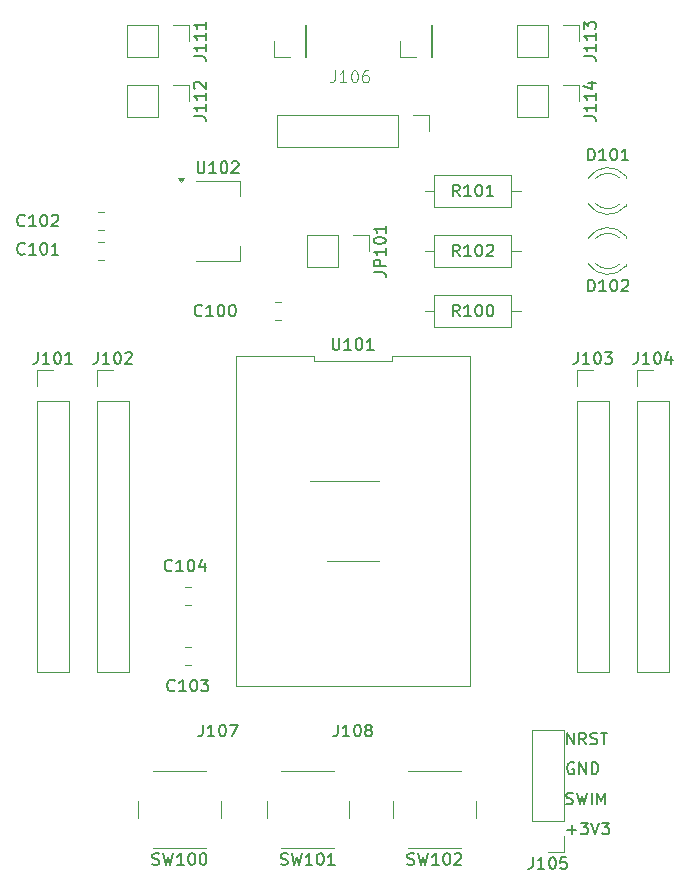
<source format=gbr>
%TF.GenerationSoftware,KiCad,Pcbnew,8.0.4*%
%TF.CreationDate,2024-09-28T10:20:43+10:00*%
%TF.ProjectId,stm8-blue,73746d38-2d62-46c7-9565-2e6b69636164,rev?*%
%TF.SameCoordinates,Original*%
%TF.FileFunction,Legend,Top*%
%TF.FilePolarity,Positive*%
%FSLAX46Y46*%
G04 Gerber Fmt 4.6, Leading zero omitted, Abs format (unit mm)*
G04 Created by KiCad (PCBNEW 8.0.4) date 2024-09-28 10:20:43*
%MOMM*%
%LPD*%
G01*
G04 APERTURE LIST*
%ADD10C,0.150000*%
%ADD11C,0.200000*%
%ADD12C,0.100000*%
%ADD13C,0.120000*%
G04 APERTURE END LIST*
D10*
X89236779Y-112899819D02*
X89236779Y-111899819D01*
X89236779Y-111899819D02*
X89808207Y-112899819D01*
X89808207Y-112899819D02*
X89808207Y-111899819D01*
X90855826Y-112899819D02*
X90522493Y-112423628D01*
X90284398Y-112899819D02*
X90284398Y-111899819D01*
X90284398Y-111899819D02*
X90665350Y-111899819D01*
X90665350Y-111899819D02*
X90760588Y-111947438D01*
X90760588Y-111947438D02*
X90808207Y-111995057D01*
X90808207Y-111995057D02*
X90855826Y-112090295D01*
X90855826Y-112090295D02*
X90855826Y-112233152D01*
X90855826Y-112233152D02*
X90808207Y-112328390D01*
X90808207Y-112328390D02*
X90760588Y-112376009D01*
X90760588Y-112376009D02*
X90665350Y-112423628D01*
X90665350Y-112423628D02*
X90284398Y-112423628D01*
X91236779Y-112852200D02*
X91379636Y-112899819D01*
X91379636Y-112899819D02*
X91617731Y-112899819D01*
X91617731Y-112899819D02*
X91712969Y-112852200D01*
X91712969Y-112852200D02*
X91760588Y-112804580D01*
X91760588Y-112804580D02*
X91808207Y-112709342D01*
X91808207Y-112709342D02*
X91808207Y-112614104D01*
X91808207Y-112614104D02*
X91760588Y-112518866D01*
X91760588Y-112518866D02*
X91712969Y-112471247D01*
X91712969Y-112471247D02*
X91617731Y-112423628D01*
X91617731Y-112423628D02*
X91427255Y-112376009D01*
X91427255Y-112376009D02*
X91332017Y-112328390D01*
X91332017Y-112328390D02*
X91284398Y-112280771D01*
X91284398Y-112280771D02*
X91236779Y-112185533D01*
X91236779Y-112185533D02*
X91236779Y-112090295D01*
X91236779Y-112090295D02*
X91284398Y-111995057D01*
X91284398Y-111995057D02*
X91332017Y-111947438D01*
X91332017Y-111947438D02*
X91427255Y-111899819D01*
X91427255Y-111899819D02*
X91665350Y-111899819D01*
X91665350Y-111899819D02*
X91808207Y-111947438D01*
X92093922Y-111899819D02*
X92665350Y-111899819D01*
X92379636Y-112899819D02*
X92379636Y-111899819D01*
X89820588Y-114457438D02*
X89725350Y-114409819D01*
X89725350Y-114409819D02*
X89582493Y-114409819D01*
X89582493Y-114409819D02*
X89439636Y-114457438D01*
X89439636Y-114457438D02*
X89344398Y-114552676D01*
X89344398Y-114552676D02*
X89296779Y-114647914D01*
X89296779Y-114647914D02*
X89249160Y-114838390D01*
X89249160Y-114838390D02*
X89249160Y-114981247D01*
X89249160Y-114981247D02*
X89296779Y-115171723D01*
X89296779Y-115171723D02*
X89344398Y-115266961D01*
X89344398Y-115266961D02*
X89439636Y-115362200D01*
X89439636Y-115362200D02*
X89582493Y-115409819D01*
X89582493Y-115409819D02*
X89677731Y-115409819D01*
X89677731Y-115409819D02*
X89820588Y-115362200D01*
X89820588Y-115362200D02*
X89868207Y-115314580D01*
X89868207Y-115314580D02*
X89868207Y-114981247D01*
X89868207Y-114981247D02*
X89677731Y-114981247D01*
X90296779Y-115409819D02*
X90296779Y-114409819D01*
X90296779Y-114409819D02*
X90868207Y-115409819D01*
X90868207Y-115409819D02*
X90868207Y-114409819D01*
X91344398Y-115409819D02*
X91344398Y-114409819D01*
X91344398Y-114409819D02*
X91582493Y-114409819D01*
X91582493Y-114409819D02*
X91725350Y-114457438D01*
X91725350Y-114457438D02*
X91820588Y-114552676D01*
X91820588Y-114552676D02*
X91868207Y-114647914D01*
X91868207Y-114647914D02*
X91915826Y-114838390D01*
X91915826Y-114838390D02*
X91915826Y-114981247D01*
X91915826Y-114981247D02*
X91868207Y-115171723D01*
X91868207Y-115171723D02*
X91820588Y-115266961D01*
X91820588Y-115266961D02*
X91725350Y-115362200D01*
X91725350Y-115362200D02*
X91582493Y-115409819D01*
X91582493Y-115409819D02*
X91344398Y-115409819D01*
X89189160Y-117932200D02*
X89332017Y-117979819D01*
X89332017Y-117979819D02*
X89570112Y-117979819D01*
X89570112Y-117979819D02*
X89665350Y-117932200D01*
X89665350Y-117932200D02*
X89712969Y-117884580D01*
X89712969Y-117884580D02*
X89760588Y-117789342D01*
X89760588Y-117789342D02*
X89760588Y-117694104D01*
X89760588Y-117694104D02*
X89712969Y-117598866D01*
X89712969Y-117598866D02*
X89665350Y-117551247D01*
X89665350Y-117551247D02*
X89570112Y-117503628D01*
X89570112Y-117503628D02*
X89379636Y-117456009D01*
X89379636Y-117456009D02*
X89284398Y-117408390D01*
X89284398Y-117408390D02*
X89236779Y-117360771D01*
X89236779Y-117360771D02*
X89189160Y-117265533D01*
X89189160Y-117265533D02*
X89189160Y-117170295D01*
X89189160Y-117170295D02*
X89236779Y-117075057D01*
X89236779Y-117075057D02*
X89284398Y-117027438D01*
X89284398Y-117027438D02*
X89379636Y-116979819D01*
X89379636Y-116979819D02*
X89617731Y-116979819D01*
X89617731Y-116979819D02*
X89760588Y-117027438D01*
X90093922Y-116979819D02*
X90332017Y-117979819D01*
X90332017Y-117979819D02*
X90522493Y-117265533D01*
X90522493Y-117265533D02*
X90712969Y-117979819D01*
X90712969Y-117979819D02*
X90951065Y-116979819D01*
X91332017Y-117979819D02*
X91332017Y-116979819D01*
X91808207Y-117979819D02*
X91808207Y-116979819D01*
X91808207Y-116979819D02*
X92141540Y-117694104D01*
X92141540Y-117694104D02*
X92474873Y-116979819D01*
X92474873Y-116979819D02*
X92474873Y-117979819D01*
D11*
X89269673Y-120136266D02*
X90031578Y-120136266D01*
X89650625Y-120517219D02*
X89650625Y-119755314D01*
X90412530Y-119517219D02*
X91031577Y-119517219D01*
X91031577Y-119517219D02*
X90698244Y-119898171D01*
X90698244Y-119898171D02*
X90841101Y-119898171D01*
X90841101Y-119898171D02*
X90936339Y-119945790D01*
X90936339Y-119945790D02*
X90983958Y-119993409D01*
X90983958Y-119993409D02*
X91031577Y-120088647D01*
X91031577Y-120088647D02*
X91031577Y-120326742D01*
X91031577Y-120326742D02*
X90983958Y-120421980D01*
X90983958Y-120421980D02*
X90936339Y-120469600D01*
X90936339Y-120469600D02*
X90841101Y-120517219D01*
X90841101Y-120517219D02*
X90555387Y-120517219D01*
X90555387Y-120517219D02*
X90460149Y-120469600D01*
X90460149Y-120469600D02*
X90412530Y-120421980D01*
X91317292Y-119517219D02*
X91650625Y-120517219D01*
X91650625Y-120517219D02*
X91983958Y-119517219D01*
X92222054Y-119517219D02*
X92841101Y-119517219D01*
X92841101Y-119517219D02*
X92507768Y-119898171D01*
X92507768Y-119898171D02*
X92650625Y-119898171D01*
X92650625Y-119898171D02*
X92745863Y-119945790D01*
X92745863Y-119945790D02*
X92793482Y-119993409D01*
X92793482Y-119993409D02*
X92841101Y-120088647D01*
X92841101Y-120088647D02*
X92841101Y-120326742D01*
X92841101Y-120326742D02*
X92793482Y-120421980D01*
X92793482Y-120421980D02*
X92745863Y-120469600D01*
X92745863Y-120469600D02*
X92650625Y-120517219D01*
X92650625Y-120517219D02*
X92364911Y-120517219D01*
X92364911Y-120517219D02*
X92269673Y-120469600D01*
X92269673Y-120469600D02*
X92222054Y-120421980D01*
D10*
X80160952Y-71574819D02*
X79827619Y-71098628D01*
X79589524Y-71574819D02*
X79589524Y-70574819D01*
X79589524Y-70574819D02*
X79970476Y-70574819D01*
X79970476Y-70574819D02*
X80065714Y-70622438D01*
X80065714Y-70622438D02*
X80113333Y-70670057D01*
X80113333Y-70670057D02*
X80160952Y-70765295D01*
X80160952Y-70765295D02*
X80160952Y-70908152D01*
X80160952Y-70908152D02*
X80113333Y-71003390D01*
X80113333Y-71003390D02*
X80065714Y-71051009D01*
X80065714Y-71051009D02*
X79970476Y-71098628D01*
X79970476Y-71098628D02*
X79589524Y-71098628D01*
X81113333Y-71574819D02*
X80541905Y-71574819D01*
X80827619Y-71574819D02*
X80827619Y-70574819D01*
X80827619Y-70574819D02*
X80732381Y-70717676D01*
X80732381Y-70717676D02*
X80637143Y-70812914D01*
X80637143Y-70812914D02*
X80541905Y-70860533D01*
X81732381Y-70574819D02*
X81827619Y-70574819D01*
X81827619Y-70574819D02*
X81922857Y-70622438D01*
X81922857Y-70622438D02*
X81970476Y-70670057D01*
X81970476Y-70670057D02*
X82018095Y-70765295D01*
X82018095Y-70765295D02*
X82065714Y-70955771D01*
X82065714Y-70955771D02*
X82065714Y-71193866D01*
X82065714Y-71193866D02*
X82018095Y-71384342D01*
X82018095Y-71384342D02*
X81970476Y-71479580D01*
X81970476Y-71479580D02*
X81922857Y-71527200D01*
X81922857Y-71527200D02*
X81827619Y-71574819D01*
X81827619Y-71574819D02*
X81732381Y-71574819D01*
X81732381Y-71574819D02*
X81637143Y-71527200D01*
X81637143Y-71527200D02*
X81589524Y-71479580D01*
X81589524Y-71479580D02*
X81541905Y-71384342D01*
X81541905Y-71384342D02*
X81494286Y-71193866D01*
X81494286Y-71193866D02*
X81494286Y-70955771D01*
X81494286Y-70955771D02*
X81541905Y-70765295D01*
X81541905Y-70765295D02*
X81589524Y-70670057D01*
X81589524Y-70670057D02*
X81637143Y-70622438D01*
X81637143Y-70622438D02*
X81732381Y-70574819D01*
X82446667Y-70670057D02*
X82494286Y-70622438D01*
X82494286Y-70622438D02*
X82589524Y-70574819D01*
X82589524Y-70574819D02*
X82827619Y-70574819D01*
X82827619Y-70574819D02*
X82922857Y-70622438D01*
X82922857Y-70622438D02*
X82970476Y-70670057D01*
X82970476Y-70670057D02*
X83018095Y-70765295D01*
X83018095Y-70765295D02*
X83018095Y-70860533D01*
X83018095Y-70860533D02*
X82970476Y-71003390D01*
X82970476Y-71003390D02*
X82399048Y-71574819D01*
X82399048Y-71574819D02*
X83018095Y-71574819D01*
X57664819Y-54625714D02*
X58379104Y-54625714D01*
X58379104Y-54625714D02*
X58521961Y-54673333D01*
X58521961Y-54673333D02*
X58617200Y-54768571D01*
X58617200Y-54768571D02*
X58664819Y-54911428D01*
X58664819Y-54911428D02*
X58664819Y-55006666D01*
X58664819Y-53625714D02*
X58664819Y-54197142D01*
X58664819Y-53911428D02*
X57664819Y-53911428D01*
X57664819Y-53911428D02*
X57807676Y-54006666D01*
X57807676Y-54006666D02*
X57902914Y-54101904D01*
X57902914Y-54101904D02*
X57950533Y-54197142D01*
X58664819Y-52673333D02*
X58664819Y-53244761D01*
X58664819Y-52959047D02*
X57664819Y-52959047D01*
X57664819Y-52959047D02*
X57807676Y-53054285D01*
X57807676Y-53054285D02*
X57902914Y-53149523D01*
X57902914Y-53149523D02*
X57950533Y-53244761D01*
X58664819Y-51720952D02*
X58664819Y-52292380D01*
X58664819Y-52006666D02*
X57664819Y-52006666D01*
X57664819Y-52006666D02*
X57807676Y-52101904D01*
X57807676Y-52101904D02*
X57902914Y-52197142D01*
X57902914Y-52197142D02*
X57950533Y-52292380D01*
X65024286Y-123057200D02*
X65167143Y-123104819D01*
X65167143Y-123104819D02*
X65405238Y-123104819D01*
X65405238Y-123104819D02*
X65500476Y-123057200D01*
X65500476Y-123057200D02*
X65548095Y-123009580D01*
X65548095Y-123009580D02*
X65595714Y-122914342D01*
X65595714Y-122914342D02*
X65595714Y-122819104D01*
X65595714Y-122819104D02*
X65548095Y-122723866D01*
X65548095Y-122723866D02*
X65500476Y-122676247D01*
X65500476Y-122676247D02*
X65405238Y-122628628D01*
X65405238Y-122628628D02*
X65214762Y-122581009D01*
X65214762Y-122581009D02*
X65119524Y-122533390D01*
X65119524Y-122533390D02*
X65071905Y-122485771D01*
X65071905Y-122485771D02*
X65024286Y-122390533D01*
X65024286Y-122390533D02*
X65024286Y-122295295D01*
X65024286Y-122295295D02*
X65071905Y-122200057D01*
X65071905Y-122200057D02*
X65119524Y-122152438D01*
X65119524Y-122152438D02*
X65214762Y-122104819D01*
X65214762Y-122104819D02*
X65452857Y-122104819D01*
X65452857Y-122104819D02*
X65595714Y-122152438D01*
X65929048Y-122104819D02*
X66167143Y-123104819D01*
X66167143Y-123104819D02*
X66357619Y-122390533D01*
X66357619Y-122390533D02*
X66548095Y-123104819D01*
X66548095Y-123104819D02*
X66786191Y-122104819D01*
X67690952Y-123104819D02*
X67119524Y-123104819D01*
X67405238Y-123104819D02*
X67405238Y-122104819D01*
X67405238Y-122104819D02*
X67310000Y-122247676D01*
X67310000Y-122247676D02*
X67214762Y-122342914D01*
X67214762Y-122342914D02*
X67119524Y-122390533D01*
X68310000Y-122104819D02*
X68405238Y-122104819D01*
X68405238Y-122104819D02*
X68500476Y-122152438D01*
X68500476Y-122152438D02*
X68548095Y-122200057D01*
X68548095Y-122200057D02*
X68595714Y-122295295D01*
X68595714Y-122295295D02*
X68643333Y-122485771D01*
X68643333Y-122485771D02*
X68643333Y-122723866D01*
X68643333Y-122723866D02*
X68595714Y-122914342D01*
X68595714Y-122914342D02*
X68548095Y-123009580D01*
X68548095Y-123009580D02*
X68500476Y-123057200D01*
X68500476Y-123057200D02*
X68405238Y-123104819D01*
X68405238Y-123104819D02*
X68310000Y-123104819D01*
X68310000Y-123104819D02*
X68214762Y-123057200D01*
X68214762Y-123057200D02*
X68167143Y-123009580D01*
X68167143Y-123009580D02*
X68119524Y-122914342D01*
X68119524Y-122914342D02*
X68071905Y-122723866D01*
X68071905Y-122723866D02*
X68071905Y-122485771D01*
X68071905Y-122485771D02*
X68119524Y-122295295D01*
X68119524Y-122295295D02*
X68167143Y-122200057D01*
X68167143Y-122200057D02*
X68214762Y-122152438D01*
X68214762Y-122152438D02*
X68310000Y-122104819D01*
X69595714Y-123104819D02*
X69024286Y-123104819D01*
X69310000Y-123104819D02*
X69310000Y-122104819D01*
X69310000Y-122104819D02*
X69214762Y-122247676D01*
X69214762Y-122247676D02*
X69119524Y-122342914D01*
X69119524Y-122342914D02*
X69024286Y-122390533D01*
X58404285Y-111214819D02*
X58404285Y-111929104D01*
X58404285Y-111929104D02*
X58356666Y-112071961D01*
X58356666Y-112071961D02*
X58261428Y-112167200D01*
X58261428Y-112167200D02*
X58118571Y-112214819D01*
X58118571Y-112214819D02*
X58023333Y-112214819D01*
X59404285Y-112214819D02*
X58832857Y-112214819D01*
X59118571Y-112214819D02*
X59118571Y-111214819D01*
X59118571Y-111214819D02*
X59023333Y-111357676D01*
X59023333Y-111357676D02*
X58928095Y-111452914D01*
X58928095Y-111452914D02*
X58832857Y-111500533D01*
X60023333Y-111214819D02*
X60118571Y-111214819D01*
X60118571Y-111214819D02*
X60213809Y-111262438D01*
X60213809Y-111262438D02*
X60261428Y-111310057D01*
X60261428Y-111310057D02*
X60309047Y-111405295D01*
X60309047Y-111405295D02*
X60356666Y-111595771D01*
X60356666Y-111595771D02*
X60356666Y-111833866D01*
X60356666Y-111833866D02*
X60309047Y-112024342D01*
X60309047Y-112024342D02*
X60261428Y-112119580D01*
X60261428Y-112119580D02*
X60213809Y-112167200D01*
X60213809Y-112167200D02*
X60118571Y-112214819D01*
X60118571Y-112214819D02*
X60023333Y-112214819D01*
X60023333Y-112214819D02*
X59928095Y-112167200D01*
X59928095Y-112167200D02*
X59880476Y-112119580D01*
X59880476Y-112119580D02*
X59832857Y-112024342D01*
X59832857Y-112024342D02*
X59785238Y-111833866D01*
X59785238Y-111833866D02*
X59785238Y-111595771D01*
X59785238Y-111595771D02*
X59832857Y-111405295D01*
X59832857Y-111405295D02*
X59880476Y-111310057D01*
X59880476Y-111310057D02*
X59928095Y-111262438D01*
X59928095Y-111262438D02*
X60023333Y-111214819D01*
X60690000Y-111214819D02*
X61356666Y-111214819D01*
X61356666Y-111214819D02*
X60928095Y-112214819D01*
X69834285Y-111214819D02*
X69834285Y-111929104D01*
X69834285Y-111929104D02*
X69786666Y-112071961D01*
X69786666Y-112071961D02*
X69691428Y-112167200D01*
X69691428Y-112167200D02*
X69548571Y-112214819D01*
X69548571Y-112214819D02*
X69453333Y-112214819D01*
X70834285Y-112214819D02*
X70262857Y-112214819D01*
X70548571Y-112214819D02*
X70548571Y-111214819D01*
X70548571Y-111214819D02*
X70453333Y-111357676D01*
X70453333Y-111357676D02*
X70358095Y-111452914D01*
X70358095Y-111452914D02*
X70262857Y-111500533D01*
X71453333Y-111214819D02*
X71548571Y-111214819D01*
X71548571Y-111214819D02*
X71643809Y-111262438D01*
X71643809Y-111262438D02*
X71691428Y-111310057D01*
X71691428Y-111310057D02*
X71739047Y-111405295D01*
X71739047Y-111405295D02*
X71786666Y-111595771D01*
X71786666Y-111595771D02*
X71786666Y-111833866D01*
X71786666Y-111833866D02*
X71739047Y-112024342D01*
X71739047Y-112024342D02*
X71691428Y-112119580D01*
X71691428Y-112119580D02*
X71643809Y-112167200D01*
X71643809Y-112167200D02*
X71548571Y-112214819D01*
X71548571Y-112214819D02*
X71453333Y-112214819D01*
X71453333Y-112214819D02*
X71358095Y-112167200D01*
X71358095Y-112167200D02*
X71310476Y-112119580D01*
X71310476Y-112119580D02*
X71262857Y-112024342D01*
X71262857Y-112024342D02*
X71215238Y-111833866D01*
X71215238Y-111833866D02*
X71215238Y-111595771D01*
X71215238Y-111595771D02*
X71262857Y-111405295D01*
X71262857Y-111405295D02*
X71310476Y-111310057D01*
X71310476Y-111310057D02*
X71358095Y-111262438D01*
X71358095Y-111262438D02*
X71453333Y-111214819D01*
X72358095Y-111643390D02*
X72262857Y-111595771D01*
X72262857Y-111595771D02*
X72215238Y-111548152D01*
X72215238Y-111548152D02*
X72167619Y-111452914D01*
X72167619Y-111452914D02*
X72167619Y-111405295D01*
X72167619Y-111405295D02*
X72215238Y-111310057D01*
X72215238Y-111310057D02*
X72262857Y-111262438D01*
X72262857Y-111262438D02*
X72358095Y-111214819D01*
X72358095Y-111214819D02*
X72548571Y-111214819D01*
X72548571Y-111214819D02*
X72643809Y-111262438D01*
X72643809Y-111262438D02*
X72691428Y-111310057D01*
X72691428Y-111310057D02*
X72739047Y-111405295D01*
X72739047Y-111405295D02*
X72739047Y-111452914D01*
X72739047Y-111452914D02*
X72691428Y-111548152D01*
X72691428Y-111548152D02*
X72643809Y-111595771D01*
X72643809Y-111595771D02*
X72548571Y-111643390D01*
X72548571Y-111643390D02*
X72358095Y-111643390D01*
X72358095Y-111643390D02*
X72262857Y-111691009D01*
X72262857Y-111691009D02*
X72215238Y-111738628D01*
X72215238Y-111738628D02*
X72167619Y-111833866D01*
X72167619Y-111833866D02*
X72167619Y-112024342D01*
X72167619Y-112024342D02*
X72215238Y-112119580D01*
X72215238Y-112119580D02*
X72262857Y-112167200D01*
X72262857Y-112167200D02*
X72358095Y-112214819D01*
X72358095Y-112214819D02*
X72548571Y-112214819D01*
X72548571Y-112214819D02*
X72643809Y-112167200D01*
X72643809Y-112167200D02*
X72691428Y-112119580D01*
X72691428Y-112119580D02*
X72739047Y-112024342D01*
X72739047Y-112024342D02*
X72739047Y-111833866D01*
X72739047Y-111833866D02*
X72691428Y-111738628D01*
X72691428Y-111738628D02*
X72643809Y-111691009D01*
X72643809Y-111691009D02*
X72548571Y-111643390D01*
X90684819Y-59705714D02*
X91399104Y-59705714D01*
X91399104Y-59705714D02*
X91541961Y-59753333D01*
X91541961Y-59753333D02*
X91637200Y-59848571D01*
X91637200Y-59848571D02*
X91684819Y-59991428D01*
X91684819Y-59991428D02*
X91684819Y-60086666D01*
X91684819Y-58705714D02*
X91684819Y-59277142D01*
X91684819Y-58991428D02*
X90684819Y-58991428D01*
X90684819Y-58991428D02*
X90827676Y-59086666D01*
X90827676Y-59086666D02*
X90922914Y-59181904D01*
X90922914Y-59181904D02*
X90970533Y-59277142D01*
X91684819Y-57753333D02*
X91684819Y-58324761D01*
X91684819Y-58039047D02*
X90684819Y-58039047D01*
X90684819Y-58039047D02*
X90827676Y-58134285D01*
X90827676Y-58134285D02*
X90922914Y-58229523D01*
X90922914Y-58229523D02*
X90970533Y-58324761D01*
X91018152Y-56896190D02*
X91684819Y-56896190D01*
X90637200Y-57134285D02*
X91351485Y-57372380D01*
X91351485Y-57372380D02*
X91351485Y-56753333D01*
X43330952Y-68939580D02*
X43283333Y-68987200D01*
X43283333Y-68987200D02*
X43140476Y-69034819D01*
X43140476Y-69034819D02*
X43045238Y-69034819D01*
X43045238Y-69034819D02*
X42902381Y-68987200D01*
X42902381Y-68987200D02*
X42807143Y-68891961D01*
X42807143Y-68891961D02*
X42759524Y-68796723D01*
X42759524Y-68796723D02*
X42711905Y-68606247D01*
X42711905Y-68606247D02*
X42711905Y-68463390D01*
X42711905Y-68463390D02*
X42759524Y-68272914D01*
X42759524Y-68272914D02*
X42807143Y-68177676D01*
X42807143Y-68177676D02*
X42902381Y-68082438D01*
X42902381Y-68082438D02*
X43045238Y-68034819D01*
X43045238Y-68034819D02*
X43140476Y-68034819D01*
X43140476Y-68034819D02*
X43283333Y-68082438D01*
X43283333Y-68082438D02*
X43330952Y-68130057D01*
X44283333Y-69034819D02*
X43711905Y-69034819D01*
X43997619Y-69034819D02*
X43997619Y-68034819D01*
X43997619Y-68034819D02*
X43902381Y-68177676D01*
X43902381Y-68177676D02*
X43807143Y-68272914D01*
X43807143Y-68272914D02*
X43711905Y-68320533D01*
X44902381Y-68034819D02*
X44997619Y-68034819D01*
X44997619Y-68034819D02*
X45092857Y-68082438D01*
X45092857Y-68082438D02*
X45140476Y-68130057D01*
X45140476Y-68130057D02*
X45188095Y-68225295D01*
X45188095Y-68225295D02*
X45235714Y-68415771D01*
X45235714Y-68415771D02*
X45235714Y-68653866D01*
X45235714Y-68653866D02*
X45188095Y-68844342D01*
X45188095Y-68844342D02*
X45140476Y-68939580D01*
X45140476Y-68939580D02*
X45092857Y-68987200D01*
X45092857Y-68987200D02*
X44997619Y-69034819D01*
X44997619Y-69034819D02*
X44902381Y-69034819D01*
X44902381Y-69034819D02*
X44807143Y-68987200D01*
X44807143Y-68987200D02*
X44759524Y-68939580D01*
X44759524Y-68939580D02*
X44711905Y-68844342D01*
X44711905Y-68844342D02*
X44664286Y-68653866D01*
X44664286Y-68653866D02*
X44664286Y-68415771D01*
X44664286Y-68415771D02*
X44711905Y-68225295D01*
X44711905Y-68225295D02*
X44759524Y-68130057D01*
X44759524Y-68130057D02*
X44807143Y-68082438D01*
X44807143Y-68082438D02*
X44902381Y-68034819D01*
X45616667Y-68130057D02*
X45664286Y-68082438D01*
X45664286Y-68082438D02*
X45759524Y-68034819D01*
X45759524Y-68034819D02*
X45997619Y-68034819D01*
X45997619Y-68034819D02*
X46092857Y-68082438D01*
X46092857Y-68082438D02*
X46140476Y-68130057D01*
X46140476Y-68130057D02*
X46188095Y-68225295D01*
X46188095Y-68225295D02*
X46188095Y-68320533D01*
X46188095Y-68320533D02*
X46140476Y-68463390D01*
X46140476Y-68463390D02*
X45569048Y-69034819D01*
X45569048Y-69034819D02*
X46188095Y-69034819D01*
X69405714Y-78499819D02*
X69405714Y-79309342D01*
X69405714Y-79309342D02*
X69453333Y-79404580D01*
X69453333Y-79404580D02*
X69500952Y-79452200D01*
X69500952Y-79452200D02*
X69596190Y-79499819D01*
X69596190Y-79499819D02*
X69786666Y-79499819D01*
X69786666Y-79499819D02*
X69881904Y-79452200D01*
X69881904Y-79452200D02*
X69929523Y-79404580D01*
X69929523Y-79404580D02*
X69977142Y-79309342D01*
X69977142Y-79309342D02*
X69977142Y-78499819D01*
X70977142Y-79499819D02*
X70405714Y-79499819D01*
X70691428Y-79499819D02*
X70691428Y-78499819D01*
X70691428Y-78499819D02*
X70596190Y-78642676D01*
X70596190Y-78642676D02*
X70500952Y-78737914D01*
X70500952Y-78737914D02*
X70405714Y-78785533D01*
X71596190Y-78499819D02*
X71691428Y-78499819D01*
X71691428Y-78499819D02*
X71786666Y-78547438D01*
X71786666Y-78547438D02*
X71834285Y-78595057D01*
X71834285Y-78595057D02*
X71881904Y-78690295D01*
X71881904Y-78690295D02*
X71929523Y-78880771D01*
X71929523Y-78880771D02*
X71929523Y-79118866D01*
X71929523Y-79118866D02*
X71881904Y-79309342D01*
X71881904Y-79309342D02*
X71834285Y-79404580D01*
X71834285Y-79404580D02*
X71786666Y-79452200D01*
X71786666Y-79452200D02*
X71691428Y-79499819D01*
X71691428Y-79499819D02*
X71596190Y-79499819D01*
X71596190Y-79499819D02*
X71500952Y-79452200D01*
X71500952Y-79452200D02*
X71453333Y-79404580D01*
X71453333Y-79404580D02*
X71405714Y-79309342D01*
X71405714Y-79309342D02*
X71358095Y-79118866D01*
X71358095Y-79118866D02*
X71358095Y-78880771D01*
X71358095Y-78880771D02*
X71405714Y-78690295D01*
X71405714Y-78690295D02*
X71453333Y-78595057D01*
X71453333Y-78595057D02*
X71500952Y-78547438D01*
X71500952Y-78547438D02*
X71596190Y-78499819D01*
X72881904Y-79499819D02*
X72310476Y-79499819D01*
X72596190Y-79499819D02*
X72596190Y-78499819D01*
X72596190Y-78499819D02*
X72500952Y-78642676D01*
X72500952Y-78642676D02*
X72405714Y-78737914D01*
X72405714Y-78737914D02*
X72310476Y-78785533D01*
X95234285Y-79674819D02*
X95234285Y-80389104D01*
X95234285Y-80389104D02*
X95186666Y-80531961D01*
X95186666Y-80531961D02*
X95091428Y-80627200D01*
X95091428Y-80627200D02*
X94948571Y-80674819D01*
X94948571Y-80674819D02*
X94853333Y-80674819D01*
X96234285Y-80674819D02*
X95662857Y-80674819D01*
X95948571Y-80674819D02*
X95948571Y-79674819D01*
X95948571Y-79674819D02*
X95853333Y-79817676D01*
X95853333Y-79817676D02*
X95758095Y-79912914D01*
X95758095Y-79912914D02*
X95662857Y-79960533D01*
X96853333Y-79674819D02*
X96948571Y-79674819D01*
X96948571Y-79674819D02*
X97043809Y-79722438D01*
X97043809Y-79722438D02*
X97091428Y-79770057D01*
X97091428Y-79770057D02*
X97139047Y-79865295D01*
X97139047Y-79865295D02*
X97186666Y-80055771D01*
X97186666Y-80055771D02*
X97186666Y-80293866D01*
X97186666Y-80293866D02*
X97139047Y-80484342D01*
X97139047Y-80484342D02*
X97091428Y-80579580D01*
X97091428Y-80579580D02*
X97043809Y-80627200D01*
X97043809Y-80627200D02*
X96948571Y-80674819D01*
X96948571Y-80674819D02*
X96853333Y-80674819D01*
X96853333Y-80674819D02*
X96758095Y-80627200D01*
X96758095Y-80627200D02*
X96710476Y-80579580D01*
X96710476Y-80579580D02*
X96662857Y-80484342D01*
X96662857Y-80484342D02*
X96615238Y-80293866D01*
X96615238Y-80293866D02*
X96615238Y-80055771D01*
X96615238Y-80055771D02*
X96662857Y-79865295D01*
X96662857Y-79865295D02*
X96710476Y-79770057D01*
X96710476Y-79770057D02*
X96758095Y-79722438D01*
X96758095Y-79722438D02*
X96853333Y-79674819D01*
X98043809Y-80008152D02*
X98043809Y-80674819D01*
X97805714Y-79627200D02*
X97567619Y-80341485D01*
X97567619Y-80341485D02*
X98186666Y-80341485D01*
X75744286Y-123057200D02*
X75887143Y-123104819D01*
X75887143Y-123104819D02*
X76125238Y-123104819D01*
X76125238Y-123104819D02*
X76220476Y-123057200D01*
X76220476Y-123057200D02*
X76268095Y-123009580D01*
X76268095Y-123009580D02*
X76315714Y-122914342D01*
X76315714Y-122914342D02*
X76315714Y-122819104D01*
X76315714Y-122819104D02*
X76268095Y-122723866D01*
X76268095Y-122723866D02*
X76220476Y-122676247D01*
X76220476Y-122676247D02*
X76125238Y-122628628D01*
X76125238Y-122628628D02*
X75934762Y-122581009D01*
X75934762Y-122581009D02*
X75839524Y-122533390D01*
X75839524Y-122533390D02*
X75791905Y-122485771D01*
X75791905Y-122485771D02*
X75744286Y-122390533D01*
X75744286Y-122390533D02*
X75744286Y-122295295D01*
X75744286Y-122295295D02*
X75791905Y-122200057D01*
X75791905Y-122200057D02*
X75839524Y-122152438D01*
X75839524Y-122152438D02*
X75934762Y-122104819D01*
X75934762Y-122104819D02*
X76172857Y-122104819D01*
X76172857Y-122104819D02*
X76315714Y-122152438D01*
X76649048Y-122104819D02*
X76887143Y-123104819D01*
X76887143Y-123104819D02*
X77077619Y-122390533D01*
X77077619Y-122390533D02*
X77268095Y-123104819D01*
X77268095Y-123104819D02*
X77506191Y-122104819D01*
X78410952Y-123104819D02*
X77839524Y-123104819D01*
X78125238Y-123104819D02*
X78125238Y-122104819D01*
X78125238Y-122104819D02*
X78030000Y-122247676D01*
X78030000Y-122247676D02*
X77934762Y-122342914D01*
X77934762Y-122342914D02*
X77839524Y-122390533D01*
X79030000Y-122104819D02*
X79125238Y-122104819D01*
X79125238Y-122104819D02*
X79220476Y-122152438D01*
X79220476Y-122152438D02*
X79268095Y-122200057D01*
X79268095Y-122200057D02*
X79315714Y-122295295D01*
X79315714Y-122295295D02*
X79363333Y-122485771D01*
X79363333Y-122485771D02*
X79363333Y-122723866D01*
X79363333Y-122723866D02*
X79315714Y-122914342D01*
X79315714Y-122914342D02*
X79268095Y-123009580D01*
X79268095Y-123009580D02*
X79220476Y-123057200D01*
X79220476Y-123057200D02*
X79125238Y-123104819D01*
X79125238Y-123104819D02*
X79030000Y-123104819D01*
X79030000Y-123104819D02*
X78934762Y-123057200D01*
X78934762Y-123057200D02*
X78887143Y-123009580D01*
X78887143Y-123009580D02*
X78839524Y-122914342D01*
X78839524Y-122914342D02*
X78791905Y-122723866D01*
X78791905Y-122723866D02*
X78791905Y-122485771D01*
X78791905Y-122485771D02*
X78839524Y-122295295D01*
X78839524Y-122295295D02*
X78887143Y-122200057D01*
X78887143Y-122200057D02*
X78934762Y-122152438D01*
X78934762Y-122152438D02*
X79030000Y-122104819D01*
X79744286Y-122200057D02*
X79791905Y-122152438D01*
X79791905Y-122152438D02*
X79887143Y-122104819D01*
X79887143Y-122104819D02*
X80125238Y-122104819D01*
X80125238Y-122104819D02*
X80220476Y-122152438D01*
X80220476Y-122152438D02*
X80268095Y-122200057D01*
X80268095Y-122200057D02*
X80315714Y-122295295D01*
X80315714Y-122295295D02*
X80315714Y-122390533D01*
X80315714Y-122390533D02*
X80268095Y-122533390D01*
X80268095Y-122533390D02*
X79696667Y-123104819D01*
X79696667Y-123104819D02*
X80315714Y-123104819D01*
X90684819Y-54625714D02*
X91399104Y-54625714D01*
X91399104Y-54625714D02*
X91541961Y-54673333D01*
X91541961Y-54673333D02*
X91637200Y-54768571D01*
X91637200Y-54768571D02*
X91684819Y-54911428D01*
X91684819Y-54911428D02*
X91684819Y-55006666D01*
X91684819Y-53625714D02*
X91684819Y-54197142D01*
X91684819Y-53911428D02*
X90684819Y-53911428D01*
X90684819Y-53911428D02*
X90827676Y-54006666D01*
X90827676Y-54006666D02*
X90922914Y-54101904D01*
X90922914Y-54101904D02*
X90970533Y-54197142D01*
X91684819Y-52673333D02*
X91684819Y-53244761D01*
X91684819Y-52959047D02*
X90684819Y-52959047D01*
X90684819Y-52959047D02*
X90827676Y-53054285D01*
X90827676Y-53054285D02*
X90922914Y-53149523D01*
X90922914Y-53149523D02*
X90970533Y-53244761D01*
X90684819Y-52339999D02*
X90684819Y-51720952D01*
X90684819Y-51720952D02*
X91065771Y-52054285D01*
X91065771Y-52054285D02*
X91065771Y-51911428D01*
X91065771Y-51911428D02*
X91113390Y-51816190D01*
X91113390Y-51816190D02*
X91161009Y-51768571D01*
X91161009Y-51768571D02*
X91256247Y-51720952D01*
X91256247Y-51720952D02*
X91494342Y-51720952D01*
X91494342Y-51720952D02*
X91589580Y-51768571D01*
X91589580Y-51768571D02*
X91637200Y-51816190D01*
X91637200Y-51816190D02*
X91684819Y-51911428D01*
X91684819Y-51911428D02*
X91684819Y-52197142D01*
X91684819Y-52197142D02*
X91637200Y-52292380D01*
X91637200Y-52292380D02*
X91589580Y-52339999D01*
X91019524Y-63454819D02*
X91019524Y-62454819D01*
X91019524Y-62454819D02*
X91257619Y-62454819D01*
X91257619Y-62454819D02*
X91400476Y-62502438D01*
X91400476Y-62502438D02*
X91495714Y-62597676D01*
X91495714Y-62597676D02*
X91543333Y-62692914D01*
X91543333Y-62692914D02*
X91590952Y-62883390D01*
X91590952Y-62883390D02*
X91590952Y-63026247D01*
X91590952Y-63026247D02*
X91543333Y-63216723D01*
X91543333Y-63216723D02*
X91495714Y-63311961D01*
X91495714Y-63311961D02*
X91400476Y-63407200D01*
X91400476Y-63407200D02*
X91257619Y-63454819D01*
X91257619Y-63454819D02*
X91019524Y-63454819D01*
X92543333Y-63454819D02*
X91971905Y-63454819D01*
X92257619Y-63454819D02*
X92257619Y-62454819D01*
X92257619Y-62454819D02*
X92162381Y-62597676D01*
X92162381Y-62597676D02*
X92067143Y-62692914D01*
X92067143Y-62692914D02*
X91971905Y-62740533D01*
X93162381Y-62454819D02*
X93257619Y-62454819D01*
X93257619Y-62454819D02*
X93352857Y-62502438D01*
X93352857Y-62502438D02*
X93400476Y-62550057D01*
X93400476Y-62550057D02*
X93448095Y-62645295D01*
X93448095Y-62645295D02*
X93495714Y-62835771D01*
X93495714Y-62835771D02*
X93495714Y-63073866D01*
X93495714Y-63073866D02*
X93448095Y-63264342D01*
X93448095Y-63264342D02*
X93400476Y-63359580D01*
X93400476Y-63359580D02*
X93352857Y-63407200D01*
X93352857Y-63407200D02*
X93257619Y-63454819D01*
X93257619Y-63454819D02*
X93162381Y-63454819D01*
X93162381Y-63454819D02*
X93067143Y-63407200D01*
X93067143Y-63407200D02*
X93019524Y-63359580D01*
X93019524Y-63359580D02*
X92971905Y-63264342D01*
X92971905Y-63264342D02*
X92924286Y-63073866D01*
X92924286Y-63073866D02*
X92924286Y-62835771D01*
X92924286Y-62835771D02*
X92971905Y-62645295D01*
X92971905Y-62645295D02*
X93019524Y-62550057D01*
X93019524Y-62550057D02*
X93067143Y-62502438D01*
X93067143Y-62502438D02*
X93162381Y-62454819D01*
X94448095Y-63454819D02*
X93876667Y-63454819D01*
X94162381Y-63454819D02*
X94162381Y-62454819D01*
X94162381Y-62454819D02*
X94067143Y-62597676D01*
X94067143Y-62597676D02*
X93971905Y-62692914D01*
X93971905Y-62692914D02*
X93876667Y-62740533D01*
X91019524Y-74534819D02*
X91019524Y-73534819D01*
X91019524Y-73534819D02*
X91257619Y-73534819D01*
X91257619Y-73534819D02*
X91400476Y-73582438D01*
X91400476Y-73582438D02*
X91495714Y-73677676D01*
X91495714Y-73677676D02*
X91543333Y-73772914D01*
X91543333Y-73772914D02*
X91590952Y-73963390D01*
X91590952Y-73963390D02*
X91590952Y-74106247D01*
X91590952Y-74106247D02*
X91543333Y-74296723D01*
X91543333Y-74296723D02*
X91495714Y-74391961D01*
X91495714Y-74391961D02*
X91400476Y-74487200D01*
X91400476Y-74487200D02*
X91257619Y-74534819D01*
X91257619Y-74534819D02*
X91019524Y-74534819D01*
X92543333Y-74534819D02*
X91971905Y-74534819D01*
X92257619Y-74534819D02*
X92257619Y-73534819D01*
X92257619Y-73534819D02*
X92162381Y-73677676D01*
X92162381Y-73677676D02*
X92067143Y-73772914D01*
X92067143Y-73772914D02*
X91971905Y-73820533D01*
X93162381Y-73534819D02*
X93257619Y-73534819D01*
X93257619Y-73534819D02*
X93352857Y-73582438D01*
X93352857Y-73582438D02*
X93400476Y-73630057D01*
X93400476Y-73630057D02*
X93448095Y-73725295D01*
X93448095Y-73725295D02*
X93495714Y-73915771D01*
X93495714Y-73915771D02*
X93495714Y-74153866D01*
X93495714Y-74153866D02*
X93448095Y-74344342D01*
X93448095Y-74344342D02*
X93400476Y-74439580D01*
X93400476Y-74439580D02*
X93352857Y-74487200D01*
X93352857Y-74487200D02*
X93257619Y-74534819D01*
X93257619Y-74534819D02*
X93162381Y-74534819D01*
X93162381Y-74534819D02*
X93067143Y-74487200D01*
X93067143Y-74487200D02*
X93019524Y-74439580D01*
X93019524Y-74439580D02*
X92971905Y-74344342D01*
X92971905Y-74344342D02*
X92924286Y-74153866D01*
X92924286Y-74153866D02*
X92924286Y-73915771D01*
X92924286Y-73915771D02*
X92971905Y-73725295D01*
X92971905Y-73725295D02*
X93019524Y-73630057D01*
X93019524Y-73630057D02*
X93067143Y-73582438D01*
X93067143Y-73582438D02*
X93162381Y-73534819D01*
X93876667Y-73630057D02*
X93924286Y-73582438D01*
X93924286Y-73582438D02*
X94019524Y-73534819D01*
X94019524Y-73534819D02*
X94257619Y-73534819D01*
X94257619Y-73534819D02*
X94352857Y-73582438D01*
X94352857Y-73582438D02*
X94400476Y-73630057D01*
X94400476Y-73630057D02*
X94448095Y-73725295D01*
X94448095Y-73725295D02*
X94448095Y-73820533D01*
X94448095Y-73820533D02*
X94400476Y-73963390D01*
X94400476Y-73963390D02*
X93829048Y-74534819D01*
X93829048Y-74534819D02*
X94448095Y-74534819D01*
X43330952Y-71339580D02*
X43283333Y-71387200D01*
X43283333Y-71387200D02*
X43140476Y-71434819D01*
X43140476Y-71434819D02*
X43045238Y-71434819D01*
X43045238Y-71434819D02*
X42902381Y-71387200D01*
X42902381Y-71387200D02*
X42807143Y-71291961D01*
X42807143Y-71291961D02*
X42759524Y-71196723D01*
X42759524Y-71196723D02*
X42711905Y-71006247D01*
X42711905Y-71006247D02*
X42711905Y-70863390D01*
X42711905Y-70863390D02*
X42759524Y-70672914D01*
X42759524Y-70672914D02*
X42807143Y-70577676D01*
X42807143Y-70577676D02*
X42902381Y-70482438D01*
X42902381Y-70482438D02*
X43045238Y-70434819D01*
X43045238Y-70434819D02*
X43140476Y-70434819D01*
X43140476Y-70434819D02*
X43283333Y-70482438D01*
X43283333Y-70482438D02*
X43330952Y-70530057D01*
X44283333Y-71434819D02*
X43711905Y-71434819D01*
X43997619Y-71434819D02*
X43997619Y-70434819D01*
X43997619Y-70434819D02*
X43902381Y-70577676D01*
X43902381Y-70577676D02*
X43807143Y-70672914D01*
X43807143Y-70672914D02*
X43711905Y-70720533D01*
X44902381Y-70434819D02*
X44997619Y-70434819D01*
X44997619Y-70434819D02*
X45092857Y-70482438D01*
X45092857Y-70482438D02*
X45140476Y-70530057D01*
X45140476Y-70530057D02*
X45188095Y-70625295D01*
X45188095Y-70625295D02*
X45235714Y-70815771D01*
X45235714Y-70815771D02*
X45235714Y-71053866D01*
X45235714Y-71053866D02*
X45188095Y-71244342D01*
X45188095Y-71244342D02*
X45140476Y-71339580D01*
X45140476Y-71339580D02*
X45092857Y-71387200D01*
X45092857Y-71387200D02*
X44997619Y-71434819D01*
X44997619Y-71434819D02*
X44902381Y-71434819D01*
X44902381Y-71434819D02*
X44807143Y-71387200D01*
X44807143Y-71387200D02*
X44759524Y-71339580D01*
X44759524Y-71339580D02*
X44711905Y-71244342D01*
X44711905Y-71244342D02*
X44664286Y-71053866D01*
X44664286Y-71053866D02*
X44664286Y-70815771D01*
X44664286Y-70815771D02*
X44711905Y-70625295D01*
X44711905Y-70625295D02*
X44759524Y-70530057D01*
X44759524Y-70530057D02*
X44807143Y-70482438D01*
X44807143Y-70482438D02*
X44902381Y-70434819D01*
X46188095Y-71434819D02*
X45616667Y-71434819D01*
X45902381Y-71434819D02*
X45902381Y-70434819D01*
X45902381Y-70434819D02*
X45807143Y-70577676D01*
X45807143Y-70577676D02*
X45711905Y-70672914D01*
X45711905Y-70672914D02*
X45616667Y-70720533D01*
X54154286Y-123057200D02*
X54297143Y-123104819D01*
X54297143Y-123104819D02*
X54535238Y-123104819D01*
X54535238Y-123104819D02*
X54630476Y-123057200D01*
X54630476Y-123057200D02*
X54678095Y-123009580D01*
X54678095Y-123009580D02*
X54725714Y-122914342D01*
X54725714Y-122914342D02*
X54725714Y-122819104D01*
X54725714Y-122819104D02*
X54678095Y-122723866D01*
X54678095Y-122723866D02*
X54630476Y-122676247D01*
X54630476Y-122676247D02*
X54535238Y-122628628D01*
X54535238Y-122628628D02*
X54344762Y-122581009D01*
X54344762Y-122581009D02*
X54249524Y-122533390D01*
X54249524Y-122533390D02*
X54201905Y-122485771D01*
X54201905Y-122485771D02*
X54154286Y-122390533D01*
X54154286Y-122390533D02*
X54154286Y-122295295D01*
X54154286Y-122295295D02*
X54201905Y-122200057D01*
X54201905Y-122200057D02*
X54249524Y-122152438D01*
X54249524Y-122152438D02*
X54344762Y-122104819D01*
X54344762Y-122104819D02*
X54582857Y-122104819D01*
X54582857Y-122104819D02*
X54725714Y-122152438D01*
X55059048Y-122104819D02*
X55297143Y-123104819D01*
X55297143Y-123104819D02*
X55487619Y-122390533D01*
X55487619Y-122390533D02*
X55678095Y-123104819D01*
X55678095Y-123104819D02*
X55916191Y-122104819D01*
X56820952Y-123104819D02*
X56249524Y-123104819D01*
X56535238Y-123104819D02*
X56535238Y-122104819D01*
X56535238Y-122104819D02*
X56440000Y-122247676D01*
X56440000Y-122247676D02*
X56344762Y-122342914D01*
X56344762Y-122342914D02*
X56249524Y-122390533D01*
X57440000Y-122104819D02*
X57535238Y-122104819D01*
X57535238Y-122104819D02*
X57630476Y-122152438D01*
X57630476Y-122152438D02*
X57678095Y-122200057D01*
X57678095Y-122200057D02*
X57725714Y-122295295D01*
X57725714Y-122295295D02*
X57773333Y-122485771D01*
X57773333Y-122485771D02*
X57773333Y-122723866D01*
X57773333Y-122723866D02*
X57725714Y-122914342D01*
X57725714Y-122914342D02*
X57678095Y-123009580D01*
X57678095Y-123009580D02*
X57630476Y-123057200D01*
X57630476Y-123057200D02*
X57535238Y-123104819D01*
X57535238Y-123104819D02*
X57440000Y-123104819D01*
X57440000Y-123104819D02*
X57344762Y-123057200D01*
X57344762Y-123057200D02*
X57297143Y-123009580D01*
X57297143Y-123009580D02*
X57249524Y-122914342D01*
X57249524Y-122914342D02*
X57201905Y-122723866D01*
X57201905Y-122723866D02*
X57201905Y-122485771D01*
X57201905Y-122485771D02*
X57249524Y-122295295D01*
X57249524Y-122295295D02*
X57297143Y-122200057D01*
X57297143Y-122200057D02*
X57344762Y-122152438D01*
X57344762Y-122152438D02*
X57440000Y-122104819D01*
X58392381Y-122104819D02*
X58487619Y-122104819D01*
X58487619Y-122104819D02*
X58582857Y-122152438D01*
X58582857Y-122152438D02*
X58630476Y-122200057D01*
X58630476Y-122200057D02*
X58678095Y-122295295D01*
X58678095Y-122295295D02*
X58725714Y-122485771D01*
X58725714Y-122485771D02*
X58725714Y-122723866D01*
X58725714Y-122723866D02*
X58678095Y-122914342D01*
X58678095Y-122914342D02*
X58630476Y-123009580D01*
X58630476Y-123009580D02*
X58582857Y-123057200D01*
X58582857Y-123057200D02*
X58487619Y-123104819D01*
X58487619Y-123104819D02*
X58392381Y-123104819D01*
X58392381Y-123104819D02*
X58297143Y-123057200D01*
X58297143Y-123057200D02*
X58249524Y-123009580D01*
X58249524Y-123009580D02*
X58201905Y-122914342D01*
X58201905Y-122914342D02*
X58154286Y-122723866D01*
X58154286Y-122723866D02*
X58154286Y-122485771D01*
X58154286Y-122485771D02*
X58201905Y-122295295D01*
X58201905Y-122295295D02*
X58249524Y-122200057D01*
X58249524Y-122200057D02*
X58297143Y-122152438D01*
X58297143Y-122152438D02*
X58392381Y-122104819D01*
X86344285Y-122434819D02*
X86344285Y-123149104D01*
X86344285Y-123149104D02*
X86296666Y-123291961D01*
X86296666Y-123291961D02*
X86201428Y-123387200D01*
X86201428Y-123387200D02*
X86058571Y-123434819D01*
X86058571Y-123434819D02*
X85963333Y-123434819D01*
X87344285Y-123434819D02*
X86772857Y-123434819D01*
X87058571Y-123434819D02*
X87058571Y-122434819D01*
X87058571Y-122434819D02*
X86963333Y-122577676D01*
X86963333Y-122577676D02*
X86868095Y-122672914D01*
X86868095Y-122672914D02*
X86772857Y-122720533D01*
X87963333Y-122434819D02*
X88058571Y-122434819D01*
X88058571Y-122434819D02*
X88153809Y-122482438D01*
X88153809Y-122482438D02*
X88201428Y-122530057D01*
X88201428Y-122530057D02*
X88249047Y-122625295D01*
X88249047Y-122625295D02*
X88296666Y-122815771D01*
X88296666Y-122815771D02*
X88296666Y-123053866D01*
X88296666Y-123053866D02*
X88249047Y-123244342D01*
X88249047Y-123244342D02*
X88201428Y-123339580D01*
X88201428Y-123339580D02*
X88153809Y-123387200D01*
X88153809Y-123387200D02*
X88058571Y-123434819D01*
X88058571Y-123434819D02*
X87963333Y-123434819D01*
X87963333Y-123434819D02*
X87868095Y-123387200D01*
X87868095Y-123387200D02*
X87820476Y-123339580D01*
X87820476Y-123339580D02*
X87772857Y-123244342D01*
X87772857Y-123244342D02*
X87725238Y-123053866D01*
X87725238Y-123053866D02*
X87725238Y-122815771D01*
X87725238Y-122815771D02*
X87772857Y-122625295D01*
X87772857Y-122625295D02*
X87820476Y-122530057D01*
X87820476Y-122530057D02*
X87868095Y-122482438D01*
X87868095Y-122482438D02*
X87963333Y-122434819D01*
X89201428Y-122434819D02*
X88725238Y-122434819D01*
X88725238Y-122434819D02*
X88677619Y-122911009D01*
X88677619Y-122911009D02*
X88725238Y-122863390D01*
X88725238Y-122863390D02*
X88820476Y-122815771D01*
X88820476Y-122815771D02*
X89058571Y-122815771D01*
X89058571Y-122815771D02*
X89153809Y-122863390D01*
X89153809Y-122863390D02*
X89201428Y-122911009D01*
X89201428Y-122911009D02*
X89249047Y-123006247D01*
X89249047Y-123006247D02*
X89249047Y-123244342D01*
X89249047Y-123244342D02*
X89201428Y-123339580D01*
X89201428Y-123339580D02*
X89153809Y-123387200D01*
X89153809Y-123387200D02*
X89058571Y-123434819D01*
X89058571Y-123434819D02*
X88820476Y-123434819D01*
X88820476Y-123434819D02*
X88725238Y-123387200D01*
X88725238Y-123387200D02*
X88677619Y-123339580D01*
D12*
X69580285Y-55837419D02*
X69580285Y-56551704D01*
X69580285Y-56551704D02*
X69532666Y-56694561D01*
X69532666Y-56694561D02*
X69437428Y-56789800D01*
X69437428Y-56789800D02*
X69294571Y-56837419D01*
X69294571Y-56837419D02*
X69199333Y-56837419D01*
X70580285Y-56837419D02*
X70008857Y-56837419D01*
X70294571Y-56837419D02*
X70294571Y-55837419D01*
X70294571Y-55837419D02*
X70199333Y-55980276D01*
X70199333Y-55980276D02*
X70104095Y-56075514D01*
X70104095Y-56075514D02*
X70008857Y-56123133D01*
X71199333Y-55837419D02*
X71294571Y-55837419D01*
X71294571Y-55837419D02*
X71389809Y-55885038D01*
X71389809Y-55885038D02*
X71437428Y-55932657D01*
X71437428Y-55932657D02*
X71485047Y-56027895D01*
X71485047Y-56027895D02*
X71532666Y-56218371D01*
X71532666Y-56218371D02*
X71532666Y-56456466D01*
X71532666Y-56456466D02*
X71485047Y-56646942D01*
X71485047Y-56646942D02*
X71437428Y-56742180D01*
X71437428Y-56742180D02*
X71389809Y-56789800D01*
X71389809Y-56789800D02*
X71294571Y-56837419D01*
X71294571Y-56837419D02*
X71199333Y-56837419D01*
X71199333Y-56837419D02*
X71104095Y-56789800D01*
X71104095Y-56789800D02*
X71056476Y-56742180D01*
X71056476Y-56742180D02*
X71008857Y-56646942D01*
X71008857Y-56646942D02*
X70961238Y-56456466D01*
X70961238Y-56456466D02*
X70961238Y-56218371D01*
X70961238Y-56218371D02*
X71008857Y-56027895D01*
X71008857Y-56027895D02*
X71056476Y-55932657D01*
X71056476Y-55932657D02*
X71104095Y-55885038D01*
X71104095Y-55885038D02*
X71199333Y-55837419D01*
X72389809Y-55837419D02*
X72199333Y-55837419D01*
X72199333Y-55837419D02*
X72104095Y-55885038D01*
X72104095Y-55885038D02*
X72056476Y-55932657D01*
X72056476Y-55932657D02*
X71961238Y-56075514D01*
X71961238Y-56075514D02*
X71913619Y-56265990D01*
X71913619Y-56265990D02*
X71913619Y-56646942D01*
X71913619Y-56646942D02*
X71961238Y-56742180D01*
X71961238Y-56742180D02*
X72008857Y-56789800D01*
X72008857Y-56789800D02*
X72104095Y-56837419D01*
X72104095Y-56837419D02*
X72294571Y-56837419D01*
X72294571Y-56837419D02*
X72389809Y-56789800D01*
X72389809Y-56789800D02*
X72437428Y-56742180D01*
X72437428Y-56742180D02*
X72485047Y-56646942D01*
X72485047Y-56646942D02*
X72485047Y-56408847D01*
X72485047Y-56408847D02*
X72437428Y-56313609D01*
X72437428Y-56313609D02*
X72389809Y-56265990D01*
X72389809Y-56265990D02*
X72294571Y-56218371D01*
X72294571Y-56218371D02*
X72104095Y-56218371D01*
X72104095Y-56218371D02*
X72008857Y-56265990D01*
X72008857Y-56265990D02*
X71961238Y-56313609D01*
X71961238Y-56313609D02*
X71913619Y-56408847D01*
D10*
X49514285Y-79674819D02*
X49514285Y-80389104D01*
X49514285Y-80389104D02*
X49466666Y-80531961D01*
X49466666Y-80531961D02*
X49371428Y-80627200D01*
X49371428Y-80627200D02*
X49228571Y-80674819D01*
X49228571Y-80674819D02*
X49133333Y-80674819D01*
X50514285Y-80674819D02*
X49942857Y-80674819D01*
X50228571Y-80674819D02*
X50228571Y-79674819D01*
X50228571Y-79674819D02*
X50133333Y-79817676D01*
X50133333Y-79817676D02*
X50038095Y-79912914D01*
X50038095Y-79912914D02*
X49942857Y-79960533D01*
X51133333Y-79674819D02*
X51228571Y-79674819D01*
X51228571Y-79674819D02*
X51323809Y-79722438D01*
X51323809Y-79722438D02*
X51371428Y-79770057D01*
X51371428Y-79770057D02*
X51419047Y-79865295D01*
X51419047Y-79865295D02*
X51466666Y-80055771D01*
X51466666Y-80055771D02*
X51466666Y-80293866D01*
X51466666Y-80293866D02*
X51419047Y-80484342D01*
X51419047Y-80484342D02*
X51371428Y-80579580D01*
X51371428Y-80579580D02*
X51323809Y-80627200D01*
X51323809Y-80627200D02*
X51228571Y-80674819D01*
X51228571Y-80674819D02*
X51133333Y-80674819D01*
X51133333Y-80674819D02*
X51038095Y-80627200D01*
X51038095Y-80627200D02*
X50990476Y-80579580D01*
X50990476Y-80579580D02*
X50942857Y-80484342D01*
X50942857Y-80484342D02*
X50895238Y-80293866D01*
X50895238Y-80293866D02*
X50895238Y-80055771D01*
X50895238Y-80055771D02*
X50942857Y-79865295D01*
X50942857Y-79865295D02*
X50990476Y-79770057D01*
X50990476Y-79770057D02*
X51038095Y-79722438D01*
X51038095Y-79722438D02*
X51133333Y-79674819D01*
X51847619Y-79770057D02*
X51895238Y-79722438D01*
X51895238Y-79722438D02*
X51990476Y-79674819D01*
X51990476Y-79674819D02*
X52228571Y-79674819D01*
X52228571Y-79674819D02*
X52323809Y-79722438D01*
X52323809Y-79722438D02*
X52371428Y-79770057D01*
X52371428Y-79770057D02*
X52419047Y-79865295D01*
X52419047Y-79865295D02*
X52419047Y-79960533D01*
X52419047Y-79960533D02*
X52371428Y-80103390D01*
X52371428Y-80103390D02*
X51800000Y-80674819D01*
X51800000Y-80674819D02*
X52419047Y-80674819D01*
X80160952Y-66494819D02*
X79827619Y-66018628D01*
X79589524Y-66494819D02*
X79589524Y-65494819D01*
X79589524Y-65494819D02*
X79970476Y-65494819D01*
X79970476Y-65494819D02*
X80065714Y-65542438D01*
X80065714Y-65542438D02*
X80113333Y-65590057D01*
X80113333Y-65590057D02*
X80160952Y-65685295D01*
X80160952Y-65685295D02*
X80160952Y-65828152D01*
X80160952Y-65828152D02*
X80113333Y-65923390D01*
X80113333Y-65923390D02*
X80065714Y-65971009D01*
X80065714Y-65971009D02*
X79970476Y-66018628D01*
X79970476Y-66018628D02*
X79589524Y-66018628D01*
X81113333Y-66494819D02*
X80541905Y-66494819D01*
X80827619Y-66494819D02*
X80827619Y-65494819D01*
X80827619Y-65494819D02*
X80732381Y-65637676D01*
X80732381Y-65637676D02*
X80637143Y-65732914D01*
X80637143Y-65732914D02*
X80541905Y-65780533D01*
X81732381Y-65494819D02*
X81827619Y-65494819D01*
X81827619Y-65494819D02*
X81922857Y-65542438D01*
X81922857Y-65542438D02*
X81970476Y-65590057D01*
X81970476Y-65590057D02*
X82018095Y-65685295D01*
X82018095Y-65685295D02*
X82065714Y-65875771D01*
X82065714Y-65875771D02*
X82065714Y-66113866D01*
X82065714Y-66113866D02*
X82018095Y-66304342D01*
X82018095Y-66304342D02*
X81970476Y-66399580D01*
X81970476Y-66399580D02*
X81922857Y-66447200D01*
X81922857Y-66447200D02*
X81827619Y-66494819D01*
X81827619Y-66494819D02*
X81732381Y-66494819D01*
X81732381Y-66494819D02*
X81637143Y-66447200D01*
X81637143Y-66447200D02*
X81589524Y-66399580D01*
X81589524Y-66399580D02*
X81541905Y-66304342D01*
X81541905Y-66304342D02*
X81494286Y-66113866D01*
X81494286Y-66113866D02*
X81494286Y-65875771D01*
X81494286Y-65875771D02*
X81541905Y-65685295D01*
X81541905Y-65685295D02*
X81589524Y-65590057D01*
X81589524Y-65590057D02*
X81637143Y-65542438D01*
X81637143Y-65542438D02*
X81732381Y-65494819D01*
X83018095Y-66494819D02*
X82446667Y-66494819D01*
X82732381Y-66494819D02*
X82732381Y-65494819D01*
X82732381Y-65494819D02*
X82637143Y-65637676D01*
X82637143Y-65637676D02*
X82541905Y-65732914D01*
X82541905Y-65732914D02*
X82446667Y-65780533D01*
X44434285Y-79674819D02*
X44434285Y-80389104D01*
X44434285Y-80389104D02*
X44386666Y-80531961D01*
X44386666Y-80531961D02*
X44291428Y-80627200D01*
X44291428Y-80627200D02*
X44148571Y-80674819D01*
X44148571Y-80674819D02*
X44053333Y-80674819D01*
X45434285Y-80674819D02*
X44862857Y-80674819D01*
X45148571Y-80674819D02*
X45148571Y-79674819D01*
X45148571Y-79674819D02*
X45053333Y-79817676D01*
X45053333Y-79817676D02*
X44958095Y-79912914D01*
X44958095Y-79912914D02*
X44862857Y-79960533D01*
X46053333Y-79674819D02*
X46148571Y-79674819D01*
X46148571Y-79674819D02*
X46243809Y-79722438D01*
X46243809Y-79722438D02*
X46291428Y-79770057D01*
X46291428Y-79770057D02*
X46339047Y-79865295D01*
X46339047Y-79865295D02*
X46386666Y-80055771D01*
X46386666Y-80055771D02*
X46386666Y-80293866D01*
X46386666Y-80293866D02*
X46339047Y-80484342D01*
X46339047Y-80484342D02*
X46291428Y-80579580D01*
X46291428Y-80579580D02*
X46243809Y-80627200D01*
X46243809Y-80627200D02*
X46148571Y-80674819D01*
X46148571Y-80674819D02*
X46053333Y-80674819D01*
X46053333Y-80674819D02*
X45958095Y-80627200D01*
X45958095Y-80627200D02*
X45910476Y-80579580D01*
X45910476Y-80579580D02*
X45862857Y-80484342D01*
X45862857Y-80484342D02*
X45815238Y-80293866D01*
X45815238Y-80293866D02*
X45815238Y-80055771D01*
X45815238Y-80055771D02*
X45862857Y-79865295D01*
X45862857Y-79865295D02*
X45910476Y-79770057D01*
X45910476Y-79770057D02*
X45958095Y-79722438D01*
X45958095Y-79722438D02*
X46053333Y-79674819D01*
X47339047Y-80674819D02*
X46767619Y-80674819D01*
X47053333Y-80674819D02*
X47053333Y-79674819D01*
X47053333Y-79674819D02*
X46958095Y-79817676D01*
X46958095Y-79817676D02*
X46862857Y-79912914D01*
X46862857Y-79912914D02*
X46767619Y-79960533D01*
X55798452Y-98149580D02*
X55750833Y-98197200D01*
X55750833Y-98197200D02*
X55607976Y-98244819D01*
X55607976Y-98244819D02*
X55512738Y-98244819D01*
X55512738Y-98244819D02*
X55369881Y-98197200D01*
X55369881Y-98197200D02*
X55274643Y-98101961D01*
X55274643Y-98101961D02*
X55227024Y-98006723D01*
X55227024Y-98006723D02*
X55179405Y-97816247D01*
X55179405Y-97816247D02*
X55179405Y-97673390D01*
X55179405Y-97673390D02*
X55227024Y-97482914D01*
X55227024Y-97482914D02*
X55274643Y-97387676D01*
X55274643Y-97387676D02*
X55369881Y-97292438D01*
X55369881Y-97292438D02*
X55512738Y-97244819D01*
X55512738Y-97244819D02*
X55607976Y-97244819D01*
X55607976Y-97244819D02*
X55750833Y-97292438D01*
X55750833Y-97292438D02*
X55798452Y-97340057D01*
X56750833Y-98244819D02*
X56179405Y-98244819D01*
X56465119Y-98244819D02*
X56465119Y-97244819D01*
X56465119Y-97244819D02*
X56369881Y-97387676D01*
X56369881Y-97387676D02*
X56274643Y-97482914D01*
X56274643Y-97482914D02*
X56179405Y-97530533D01*
X57369881Y-97244819D02*
X57465119Y-97244819D01*
X57465119Y-97244819D02*
X57560357Y-97292438D01*
X57560357Y-97292438D02*
X57607976Y-97340057D01*
X57607976Y-97340057D02*
X57655595Y-97435295D01*
X57655595Y-97435295D02*
X57703214Y-97625771D01*
X57703214Y-97625771D02*
X57703214Y-97863866D01*
X57703214Y-97863866D02*
X57655595Y-98054342D01*
X57655595Y-98054342D02*
X57607976Y-98149580D01*
X57607976Y-98149580D02*
X57560357Y-98197200D01*
X57560357Y-98197200D02*
X57465119Y-98244819D01*
X57465119Y-98244819D02*
X57369881Y-98244819D01*
X57369881Y-98244819D02*
X57274643Y-98197200D01*
X57274643Y-98197200D02*
X57227024Y-98149580D01*
X57227024Y-98149580D02*
X57179405Y-98054342D01*
X57179405Y-98054342D02*
X57131786Y-97863866D01*
X57131786Y-97863866D02*
X57131786Y-97625771D01*
X57131786Y-97625771D02*
X57179405Y-97435295D01*
X57179405Y-97435295D02*
X57227024Y-97340057D01*
X57227024Y-97340057D02*
X57274643Y-97292438D01*
X57274643Y-97292438D02*
X57369881Y-97244819D01*
X58560357Y-97578152D02*
X58560357Y-98244819D01*
X58322262Y-97197200D02*
X58084167Y-97911485D01*
X58084167Y-97911485D02*
X58703214Y-97911485D01*
X80160952Y-76654819D02*
X79827619Y-76178628D01*
X79589524Y-76654819D02*
X79589524Y-75654819D01*
X79589524Y-75654819D02*
X79970476Y-75654819D01*
X79970476Y-75654819D02*
X80065714Y-75702438D01*
X80065714Y-75702438D02*
X80113333Y-75750057D01*
X80113333Y-75750057D02*
X80160952Y-75845295D01*
X80160952Y-75845295D02*
X80160952Y-75988152D01*
X80160952Y-75988152D02*
X80113333Y-76083390D01*
X80113333Y-76083390D02*
X80065714Y-76131009D01*
X80065714Y-76131009D02*
X79970476Y-76178628D01*
X79970476Y-76178628D02*
X79589524Y-76178628D01*
X81113333Y-76654819D02*
X80541905Y-76654819D01*
X80827619Y-76654819D02*
X80827619Y-75654819D01*
X80827619Y-75654819D02*
X80732381Y-75797676D01*
X80732381Y-75797676D02*
X80637143Y-75892914D01*
X80637143Y-75892914D02*
X80541905Y-75940533D01*
X81732381Y-75654819D02*
X81827619Y-75654819D01*
X81827619Y-75654819D02*
X81922857Y-75702438D01*
X81922857Y-75702438D02*
X81970476Y-75750057D01*
X81970476Y-75750057D02*
X82018095Y-75845295D01*
X82018095Y-75845295D02*
X82065714Y-76035771D01*
X82065714Y-76035771D02*
X82065714Y-76273866D01*
X82065714Y-76273866D02*
X82018095Y-76464342D01*
X82018095Y-76464342D02*
X81970476Y-76559580D01*
X81970476Y-76559580D02*
X81922857Y-76607200D01*
X81922857Y-76607200D02*
X81827619Y-76654819D01*
X81827619Y-76654819D02*
X81732381Y-76654819D01*
X81732381Y-76654819D02*
X81637143Y-76607200D01*
X81637143Y-76607200D02*
X81589524Y-76559580D01*
X81589524Y-76559580D02*
X81541905Y-76464342D01*
X81541905Y-76464342D02*
X81494286Y-76273866D01*
X81494286Y-76273866D02*
X81494286Y-76035771D01*
X81494286Y-76035771D02*
X81541905Y-75845295D01*
X81541905Y-75845295D02*
X81589524Y-75750057D01*
X81589524Y-75750057D02*
X81637143Y-75702438D01*
X81637143Y-75702438D02*
X81732381Y-75654819D01*
X82684762Y-75654819D02*
X82780000Y-75654819D01*
X82780000Y-75654819D02*
X82875238Y-75702438D01*
X82875238Y-75702438D02*
X82922857Y-75750057D01*
X82922857Y-75750057D02*
X82970476Y-75845295D01*
X82970476Y-75845295D02*
X83018095Y-76035771D01*
X83018095Y-76035771D02*
X83018095Y-76273866D01*
X83018095Y-76273866D02*
X82970476Y-76464342D01*
X82970476Y-76464342D02*
X82922857Y-76559580D01*
X82922857Y-76559580D02*
X82875238Y-76607200D01*
X82875238Y-76607200D02*
X82780000Y-76654819D01*
X82780000Y-76654819D02*
X82684762Y-76654819D01*
X82684762Y-76654819D02*
X82589524Y-76607200D01*
X82589524Y-76607200D02*
X82541905Y-76559580D01*
X82541905Y-76559580D02*
X82494286Y-76464342D01*
X82494286Y-76464342D02*
X82446667Y-76273866D01*
X82446667Y-76273866D02*
X82446667Y-76035771D01*
X82446667Y-76035771D02*
X82494286Y-75845295D01*
X82494286Y-75845295D02*
X82541905Y-75750057D01*
X82541905Y-75750057D02*
X82589524Y-75702438D01*
X82589524Y-75702438D02*
X82684762Y-75654819D01*
X58338452Y-76559580D02*
X58290833Y-76607200D01*
X58290833Y-76607200D02*
X58147976Y-76654819D01*
X58147976Y-76654819D02*
X58052738Y-76654819D01*
X58052738Y-76654819D02*
X57909881Y-76607200D01*
X57909881Y-76607200D02*
X57814643Y-76511961D01*
X57814643Y-76511961D02*
X57767024Y-76416723D01*
X57767024Y-76416723D02*
X57719405Y-76226247D01*
X57719405Y-76226247D02*
X57719405Y-76083390D01*
X57719405Y-76083390D02*
X57767024Y-75892914D01*
X57767024Y-75892914D02*
X57814643Y-75797676D01*
X57814643Y-75797676D02*
X57909881Y-75702438D01*
X57909881Y-75702438D02*
X58052738Y-75654819D01*
X58052738Y-75654819D02*
X58147976Y-75654819D01*
X58147976Y-75654819D02*
X58290833Y-75702438D01*
X58290833Y-75702438D02*
X58338452Y-75750057D01*
X59290833Y-76654819D02*
X58719405Y-76654819D01*
X59005119Y-76654819D02*
X59005119Y-75654819D01*
X59005119Y-75654819D02*
X58909881Y-75797676D01*
X58909881Y-75797676D02*
X58814643Y-75892914D01*
X58814643Y-75892914D02*
X58719405Y-75940533D01*
X59909881Y-75654819D02*
X60005119Y-75654819D01*
X60005119Y-75654819D02*
X60100357Y-75702438D01*
X60100357Y-75702438D02*
X60147976Y-75750057D01*
X60147976Y-75750057D02*
X60195595Y-75845295D01*
X60195595Y-75845295D02*
X60243214Y-76035771D01*
X60243214Y-76035771D02*
X60243214Y-76273866D01*
X60243214Y-76273866D02*
X60195595Y-76464342D01*
X60195595Y-76464342D02*
X60147976Y-76559580D01*
X60147976Y-76559580D02*
X60100357Y-76607200D01*
X60100357Y-76607200D02*
X60005119Y-76654819D01*
X60005119Y-76654819D02*
X59909881Y-76654819D01*
X59909881Y-76654819D02*
X59814643Y-76607200D01*
X59814643Y-76607200D02*
X59767024Y-76559580D01*
X59767024Y-76559580D02*
X59719405Y-76464342D01*
X59719405Y-76464342D02*
X59671786Y-76273866D01*
X59671786Y-76273866D02*
X59671786Y-76035771D01*
X59671786Y-76035771D02*
X59719405Y-75845295D01*
X59719405Y-75845295D02*
X59767024Y-75750057D01*
X59767024Y-75750057D02*
X59814643Y-75702438D01*
X59814643Y-75702438D02*
X59909881Y-75654819D01*
X60862262Y-75654819D02*
X60957500Y-75654819D01*
X60957500Y-75654819D02*
X61052738Y-75702438D01*
X61052738Y-75702438D02*
X61100357Y-75750057D01*
X61100357Y-75750057D02*
X61147976Y-75845295D01*
X61147976Y-75845295D02*
X61195595Y-76035771D01*
X61195595Y-76035771D02*
X61195595Y-76273866D01*
X61195595Y-76273866D02*
X61147976Y-76464342D01*
X61147976Y-76464342D02*
X61100357Y-76559580D01*
X61100357Y-76559580D02*
X61052738Y-76607200D01*
X61052738Y-76607200D02*
X60957500Y-76654819D01*
X60957500Y-76654819D02*
X60862262Y-76654819D01*
X60862262Y-76654819D02*
X60767024Y-76607200D01*
X60767024Y-76607200D02*
X60719405Y-76559580D01*
X60719405Y-76559580D02*
X60671786Y-76464342D01*
X60671786Y-76464342D02*
X60624167Y-76273866D01*
X60624167Y-76273866D02*
X60624167Y-76035771D01*
X60624167Y-76035771D02*
X60671786Y-75845295D01*
X60671786Y-75845295D02*
X60719405Y-75750057D01*
X60719405Y-75750057D02*
X60767024Y-75702438D01*
X60767024Y-75702438D02*
X60862262Y-75654819D01*
X56030952Y-108309580D02*
X55983333Y-108357200D01*
X55983333Y-108357200D02*
X55840476Y-108404819D01*
X55840476Y-108404819D02*
X55745238Y-108404819D01*
X55745238Y-108404819D02*
X55602381Y-108357200D01*
X55602381Y-108357200D02*
X55507143Y-108261961D01*
X55507143Y-108261961D02*
X55459524Y-108166723D01*
X55459524Y-108166723D02*
X55411905Y-107976247D01*
X55411905Y-107976247D02*
X55411905Y-107833390D01*
X55411905Y-107833390D02*
X55459524Y-107642914D01*
X55459524Y-107642914D02*
X55507143Y-107547676D01*
X55507143Y-107547676D02*
X55602381Y-107452438D01*
X55602381Y-107452438D02*
X55745238Y-107404819D01*
X55745238Y-107404819D02*
X55840476Y-107404819D01*
X55840476Y-107404819D02*
X55983333Y-107452438D01*
X55983333Y-107452438D02*
X56030952Y-107500057D01*
X56983333Y-108404819D02*
X56411905Y-108404819D01*
X56697619Y-108404819D02*
X56697619Y-107404819D01*
X56697619Y-107404819D02*
X56602381Y-107547676D01*
X56602381Y-107547676D02*
X56507143Y-107642914D01*
X56507143Y-107642914D02*
X56411905Y-107690533D01*
X57602381Y-107404819D02*
X57697619Y-107404819D01*
X57697619Y-107404819D02*
X57792857Y-107452438D01*
X57792857Y-107452438D02*
X57840476Y-107500057D01*
X57840476Y-107500057D02*
X57888095Y-107595295D01*
X57888095Y-107595295D02*
X57935714Y-107785771D01*
X57935714Y-107785771D02*
X57935714Y-108023866D01*
X57935714Y-108023866D02*
X57888095Y-108214342D01*
X57888095Y-108214342D02*
X57840476Y-108309580D01*
X57840476Y-108309580D02*
X57792857Y-108357200D01*
X57792857Y-108357200D02*
X57697619Y-108404819D01*
X57697619Y-108404819D02*
X57602381Y-108404819D01*
X57602381Y-108404819D02*
X57507143Y-108357200D01*
X57507143Y-108357200D02*
X57459524Y-108309580D01*
X57459524Y-108309580D02*
X57411905Y-108214342D01*
X57411905Y-108214342D02*
X57364286Y-108023866D01*
X57364286Y-108023866D02*
X57364286Y-107785771D01*
X57364286Y-107785771D02*
X57411905Y-107595295D01*
X57411905Y-107595295D02*
X57459524Y-107500057D01*
X57459524Y-107500057D02*
X57507143Y-107452438D01*
X57507143Y-107452438D02*
X57602381Y-107404819D01*
X58269048Y-107404819D02*
X58888095Y-107404819D01*
X58888095Y-107404819D02*
X58554762Y-107785771D01*
X58554762Y-107785771D02*
X58697619Y-107785771D01*
X58697619Y-107785771D02*
X58792857Y-107833390D01*
X58792857Y-107833390D02*
X58840476Y-107881009D01*
X58840476Y-107881009D02*
X58888095Y-107976247D01*
X58888095Y-107976247D02*
X58888095Y-108214342D01*
X58888095Y-108214342D02*
X58840476Y-108309580D01*
X58840476Y-108309580D02*
X58792857Y-108357200D01*
X58792857Y-108357200D02*
X58697619Y-108404819D01*
X58697619Y-108404819D02*
X58411905Y-108404819D01*
X58411905Y-108404819D02*
X58316667Y-108357200D01*
X58316667Y-108357200D02*
X58269048Y-108309580D01*
X72904819Y-72905714D02*
X73619104Y-72905714D01*
X73619104Y-72905714D02*
X73761961Y-72953333D01*
X73761961Y-72953333D02*
X73857200Y-73048571D01*
X73857200Y-73048571D02*
X73904819Y-73191428D01*
X73904819Y-73191428D02*
X73904819Y-73286666D01*
X73904819Y-72429523D02*
X72904819Y-72429523D01*
X72904819Y-72429523D02*
X72904819Y-72048571D01*
X72904819Y-72048571D02*
X72952438Y-71953333D01*
X72952438Y-71953333D02*
X73000057Y-71905714D01*
X73000057Y-71905714D02*
X73095295Y-71858095D01*
X73095295Y-71858095D02*
X73238152Y-71858095D01*
X73238152Y-71858095D02*
X73333390Y-71905714D01*
X73333390Y-71905714D02*
X73381009Y-71953333D01*
X73381009Y-71953333D02*
X73428628Y-72048571D01*
X73428628Y-72048571D02*
X73428628Y-72429523D01*
X73904819Y-70905714D02*
X73904819Y-71477142D01*
X73904819Y-71191428D02*
X72904819Y-71191428D01*
X72904819Y-71191428D02*
X73047676Y-71286666D01*
X73047676Y-71286666D02*
X73142914Y-71381904D01*
X73142914Y-71381904D02*
X73190533Y-71477142D01*
X72904819Y-70286666D02*
X72904819Y-70191428D01*
X72904819Y-70191428D02*
X72952438Y-70096190D01*
X72952438Y-70096190D02*
X73000057Y-70048571D01*
X73000057Y-70048571D02*
X73095295Y-70000952D01*
X73095295Y-70000952D02*
X73285771Y-69953333D01*
X73285771Y-69953333D02*
X73523866Y-69953333D01*
X73523866Y-69953333D02*
X73714342Y-70000952D01*
X73714342Y-70000952D02*
X73809580Y-70048571D01*
X73809580Y-70048571D02*
X73857200Y-70096190D01*
X73857200Y-70096190D02*
X73904819Y-70191428D01*
X73904819Y-70191428D02*
X73904819Y-70286666D01*
X73904819Y-70286666D02*
X73857200Y-70381904D01*
X73857200Y-70381904D02*
X73809580Y-70429523D01*
X73809580Y-70429523D02*
X73714342Y-70477142D01*
X73714342Y-70477142D02*
X73523866Y-70524761D01*
X73523866Y-70524761D02*
X73285771Y-70524761D01*
X73285771Y-70524761D02*
X73095295Y-70477142D01*
X73095295Y-70477142D02*
X73000057Y-70429523D01*
X73000057Y-70429523D02*
X72952438Y-70381904D01*
X72952438Y-70381904D02*
X72904819Y-70286666D01*
X73904819Y-69000952D02*
X73904819Y-69572380D01*
X73904819Y-69286666D02*
X72904819Y-69286666D01*
X72904819Y-69286666D02*
X73047676Y-69381904D01*
X73047676Y-69381904D02*
X73142914Y-69477142D01*
X73142914Y-69477142D02*
X73190533Y-69572380D01*
X57664819Y-59705714D02*
X58379104Y-59705714D01*
X58379104Y-59705714D02*
X58521961Y-59753333D01*
X58521961Y-59753333D02*
X58617200Y-59848571D01*
X58617200Y-59848571D02*
X58664819Y-59991428D01*
X58664819Y-59991428D02*
X58664819Y-60086666D01*
X58664819Y-58705714D02*
X58664819Y-59277142D01*
X58664819Y-58991428D02*
X57664819Y-58991428D01*
X57664819Y-58991428D02*
X57807676Y-59086666D01*
X57807676Y-59086666D02*
X57902914Y-59181904D01*
X57902914Y-59181904D02*
X57950533Y-59277142D01*
X58664819Y-57753333D02*
X58664819Y-58324761D01*
X58664819Y-58039047D02*
X57664819Y-58039047D01*
X57664819Y-58039047D02*
X57807676Y-58134285D01*
X57807676Y-58134285D02*
X57902914Y-58229523D01*
X57902914Y-58229523D02*
X57950533Y-58324761D01*
X57760057Y-57372380D02*
X57712438Y-57324761D01*
X57712438Y-57324761D02*
X57664819Y-57229523D01*
X57664819Y-57229523D02*
X57664819Y-56991428D01*
X57664819Y-56991428D02*
X57712438Y-56896190D01*
X57712438Y-56896190D02*
X57760057Y-56848571D01*
X57760057Y-56848571D02*
X57855295Y-56800952D01*
X57855295Y-56800952D02*
X57950533Y-56800952D01*
X57950533Y-56800952D02*
X58093390Y-56848571D01*
X58093390Y-56848571D02*
X58664819Y-57419999D01*
X58664819Y-57419999D02*
X58664819Y-56800952D01*
X90154285Y-79679819D02*
X90154285Y-80394104D01*
X90154285Y-80394104D02*
X90106666Y-80536961D01*
X90106666Y-80536961D02*
X90011428Y-80632200D01*
X90011428Y-80632200D02*
X89868571Y-80679819D01*
X89868571Y-80679819D02*
X89773333Y-80679819D01*
X91154285Y-80679819D02*
X90582857Y-80679819D01*
X90868571Y-80679819D02*
X90868571Y-79679819D01*
X90868571Y-79679819D02*
X90773333Y-79822676D01*
X90773333Y-79822676D02*
X90678095Y-79917914D01*
X90678095Y-79917914D02*
X90582857Y-79965533D01*
X91773333Y-79679819D02*
X91868571Y-79679819D01*
X91868571Y-79679819D02*
X91963809Y-79727438D01*
X91963809Y-79727438D02*
X92011428Y-79775057D01*
X92011428Y-79775057D02*
X92059047Y-79870295D01*
X92059047Y-79870295D02*
X92106666Y-80060771D01*
X92106666Y-80060771D02*
X92106666Y-80298866D01*
X92106666Y-80298866D02*
X92059047Y-80489342D01*
X92059047Y-80489342D02*
X92011428Y-80584580D01*
X92011428Y-80584580D02*
X91963809Y-80632200D01*
X91963809Y-80632200D02*
X91868571Y-80679819D01*
X91868571Y-80679819D02*
X91773333Y-80679819D01*
X91773333Y-80679819D02*
X91678095Y-80632200D01*
X91678095Y-80632200D02*
X91630476Y-80584580D01*
X91630476Y-80584580D02*
X91582857Y-80489342D01*
X91582857Y-80489342D02*
X91535238Y-80298866D01*
X91535238Y-80298866D02*
X91535238Y-80060771D01*
X91535238Y-80060771D02*
X91582857Y-79870295D01*
X91582857Y-79870295D02*
X91630476Y-79775057D01*
X91630476Y-79775057D02*
X91678095Y-79727438D01*
X91678095Y-79727438D02*
X91773333Y-79679819D01*
X92440000Y-79679819D02*
X93059047Y-79679819D01*
X93059047Y-79679819D02*
X92725714Y-80060771D01*
X92725714Y-80060771D02*
X92868571Y-80060771D01*
X92868571Y-80060771D02*
X92963809Y-80108390D01*
X92963809Y-80108390D02*
X93011428Y-80156009D01*
X93011428Y-80156009D02*
X93059047Y-80251247D01*
X93059047Y-80251247D02*
X93059047Y-80489342D01*
X93059047Y-80489342D02*
X93011428Y-80584580D01*
X93011428Y-80584580D02*
X92963809Y-80632200D01*
X92963809Y-80632200D02*
X92868571Y-80679819D01*
X92868571Y-80679819D02*
X92582857Y-80679819D01*
X92582857Y-80679819D02*
X92487619Y-80632200D01*
X92487619Y-80632200D02*
X92440000Y-80584580D01*
X57975714Y-63534819D02*
X57975714Y-64344342D01*
X57975714Y-64344342D02*
X58023333Y-64439580D01*
X58023333Y-64439580D02*
X58070952Y-64487200D01*
X58070952Y-64487200D02*
X58166190Y-64534819D01*
X58166190Y-64534819D02*
X58356666Y-64534819D01*
X58356666Y-64534819D02*
X58451904Y-64487200D01*
X58451904Y-64487200D02*
X58499523Y-64439580D01*
X58499523Y-64439580D02*
X58547142Y-64344342D01*
X58547142Y-64344342D02*
X58547142Y-63534819D01*
X59547142Y-64534819D02*
X58975714Y-64534819D01*
X59261428Y-64534819D02*
X59261428Y-63534819D01*
X59261428Y-63534819D02*
X59166190Y-63677676D01*
X59166190Y-63677676D02*
X59070952Y-63772914D01*
X59070952Y-63772914D02*
X58975714Y-63820533D01*
X60166190Y-63534819D02*
X60261428Y-63534819D01*
X60261428Y-63534819D02*
X60356666Y-63582438D01*
X60356666Y-63582438D02*
X60404285Y-63630057D01*
X60404285Y-63630057D02*
X60451904Y-63725295D01*
X60451904Y-63725295D02*
X60499523Y-63915771D01*
X60499523Y-63915771D02*
X60499523Y-64153866D01*
X60499523Y-64153866D02*
X60451904Y-64344342D01*
X60451904Y-64344342D02*
X60404285Y-64439580D01*
X60404285Y-64439580D02*
X60356666Y-64487200D01*
X60356666Y-64487200D02*
X60261428Y-64534819D01*
X60261428Y-64534819D02*
X60166190Y-64534819D01*
X60166190Y-64534819D02*
X60070952Y-64487200D01*
X60070952Y-64487200D02*
X60023333Y-64439580D01*
X60023333Y-64439580D02*
X59975714Y-64344342D01*
X59975714Y-64344342D02*
X59928095Y-64153866D01*
X59928095Y-64153866D02*
X59928095Y-63915771D01*
X59928095Y-63915771D02*
X59975714Y-63725295D01*
X59975714Y-63725295D02*
X60023333Y-63630057D01*
X60023333Y-63630057D02*
X60070952Y-63582438D01*
X60070952Y-63582438D02*
X60166190Y-63534819D01*
X60880476Y-63630057D02*
X60928095Y-63582438D01*
X60928095Y-63582438D02*
X61023333Y-63534819D01*
X61023333Y-63534819D02*
X61261428Y-63534819D01*
X61261428Y-63534819D02*
X61356666Y-63582438D01*
X61356666Y-63582438D02*
X61404285Y-63630057D01*
X61404285Y-63630057D02*
X61451904Y-63725295D01*
X61451904Y-63725295D02*
X61451904Y-63820533D01*
X61451904Y-63820533D02*
X61404285Y-63963390D01*
X61404285Y-63963390D02*
X60832857Y-64534819D01*
X60832857Y-64534819D02*
X61451904Y-64534819D01*
D13*
%TO.C,R102*%
X77240000Y-71120000D02*
X78010000Y-71120000D01*
X78010000Y-69750000D02*
X78010000Y-72490000D01*
X78010000Y-72490000D02*
X84550000Y-72490000D01*
X84550000Y-69750000D02*
X78010000Y-69750000D01*
X84550000Y-72490000D02*
X84550000Y-69750000D01*
X85320000Y-71120000D02*
X84550000Y-71120000D01*
%TO.C,J111*%
X52010000Y-52010000D02*
X52010000Y-54670000D01*
X54610000Y-52010000D02*
X52010000Y-52010000D01*
X54610000Y-52010000D02*
X54610000Y-54670000D01*
X54610000Y-54670000D02*
X52010000Y-54670000D01*
X55880000Y-52010000D02*
X57210000Y-52010000D01*
X57210000Y-52010000D02*
X57210000Y-53340000D01*
%TO.C,SW101*%
X63810000Y-117650000D02*
X63810000Y-119150000D01*
X65060000Y-121650000D02*
X69560000Y-121650000D01*
X69560000Y-115150000D02*
X65060000Y-115150000D01*
X70810000Y-119150000D02*
X70810000Y-117650000D01*
%TO.C,J114*%
X85030000Y-57090000D02*
X85030000Y-59750000D01*
X87630000Y-57090000D02*
X85030000Y-57090000D01*
X87630000Y-57090000D02*
X87630000Y-59750000D01*
X87630000Y-59750000D02*
X85030000Y-59750000D01*
X88900000Y-57090000D02*
X90230000Y-57090000D01*
X90230000Y-57090000D02*
X90230000Y-58420000D01*
%TO.C,C102*%
X49501248Y-67845000D02*
X50023752Y-67845000D01*
X49501248Y-69315000D02*
X50023752Y-69315000D01*
%TO.C,U101*%
X61230000Y-80045000D02*
X61230000Y-107915000D01*
X61230000Y-107915000D02*
X81010000Y-107915000D01*
X67823334Y-80045000D02*
X61230000Y-80045000D01*
X67823334Y-80405000D02*
X67823334Y-80045000D01*
X71120000Y-90595000D02*
X67520000Y-90595000D01*
X71120000Y-90595000D02*
X73320000Y-90595000D01*
X71120000Y-97365000D02*
X68920000Y-97365000D01*
X71120000Y-97365000D02*
X73320000Y-97365000D01*
X74416666Y-80045000D02*
X74416666Y-80405000D01*
X74416666Y-80405000D02*
X67823334Y-80405000D01*
X81010000Y-80045000D02*
X74416666Y-80045000D01*
X81010000Y-107915000D02*
X81010000Y-80045000D01*
%TO.C,J104*%
X95190000Y-81220000D02*
X96520000Y-81220000D01*
X95190000Y-82550000D02*
X95190000Y-81220000D01*
X95190000Y-83820000D02*
X95190000Y-106740000D01*
X95190000Y-83820000D02*
X97850000Y-83820000D01*
X95190000Y-106740000D02*
X97850000Y-106740000D01*
X97850000Y-83820000D02*
X97850000Y-106740000D01*
%TO.C,SW102*%
X74530000Y-117650000D02*
X74530000Y-119150000D01*
X75780000Y-121650000D02*
X80280000Y-121650000D01*
X80280000Y-115150000D02*
X75780000Y-115150000D01*
X81530000Y-119150000D02*
X81530000Y-117650000D01*
%TO.C,J113*%
X85030000Y-52010000D02*
X85030000Y-54670000D01*
X87630000Y-52010000D02*
X85030000Y-52010000D01*
X87630000Y-52010000D02*
X87630000Y-54670000D01*
X87630000Y-54670000D02*
X85030000Y-54670000D01*
X88900000Y-52010000D02*
X90230000Y-52010000D01*
X90230000Y-52010000D02*
X90230000Y-53340000D01*
%TO.C,D101*%
X94270000Y-64960000D02*
X94270000Y-64804000D01*
X94270000Y-67276000D02*
X94270000Y-67120000D01*
X91037665Y-64961392D02*
G75*
G02*
X94270000Y-64804484I1672335J-1078608D01*
G01*
X91668870Y-64960163D02*
G75*
G02*
X93750961Y-64960000I1041130J-1079837D01*
G01*
X93750961Y-67120000D02*
G75*
G02*
X91668870Y-67119837I-1040961J1080000D01*
G01*
X94270000Y-67275516D02*
G75*
G02*
X91037665Y-67118608I-1560000J1235516D01*
G01*
%TO.C,D102*%
X94270000Y-70040000D02*
X94270000Y-69884000D01*
X94270000Y-72356000D02*
X94270000Y-72200000D01*
X91037665Y-70041392D02*
G75*
G02*
X94270000Y-69884484I1672335J-1078608D01*
G01*
X91668870Y-70040163D02*
G75*
G02*
X93750961Y-70040000I1041130J-1079837D01*
G01*
X93750961Y-72200000D02*
G75*
G02*
X91668870Y-72199837I-1040961J1080000D01*
G01*
X94270000Y-72355516D02*
G75*
G02*
X91037665Y-72198608I-1560000J1235516D01*
G01*
%TO.C,C101*%
X49501248Y-70385000D02*
X50023752Y-70385000D01*
X49501248Y-71855000D02*
X50023752Y-71855000D01*
%TO.C,SW100*%
X52940000Y-117650000D02*
X52940000Y-119150000D01*
X54190000Y-121650000D02*
X58690000Y-121650000D01*
X58690000Y-115150000D02*
X54190000Y-115150000D01*
X59940000Y-119150000D02*
X59940000Y-117650000D01*
%TO.C,J105*%
X86300000Y-119380000D02*
X86300000Y-111700000D01*
X88960000Y-111700000D02*
X86300000Y-111700000D01*
X88960000Y-119380000D02*
X86300000Y-119380000D01*
X88960000Y-119380000D02*
X88960000Y-111700000D01*
X88960000Y-120650000D02*
X88960000Y-121980000D01*
X88960000Y-121980000D02*
X87630000Y-121980000D01*
%TO.C,J106*%
X64456000Y-54670000D02*
X64456000Y-53340000D01*
X64710000Y-59630000D02*
X64710000Y-62290000D01*
X65786000Y-54670000D02*
X64456000Y-54670000D01*
X67056000Y-52010000D02*
X67116000Y-52010000D01*
X67056000Y-54670000D02*
X67056000Y-52010000D01*
X67056000Y-54670000D02*
X67116000Y-54670000D01*
X67116000Y-54670000D02*
X67116000Y-52010000D01*
X74930000Y-59630000D02*
X64710000Y-59630000D01*
X74930000Y-59630000D02*
X74930000Y-62290000D01*
X74930000Y-62290000D02*
X64710000Y-62290000D01*
X75124000Y-54670000D02*
X75124000Y-53340000D01*
X76200000Y-59630000D02*
X77530000Y-59630000D01*
X76454000Y-54670000D02*
X75124000Y-54670000D01*
X77530000Y-59630000D02*
X77530000Y-60960000D01*
X77724000Y-52010000D02*
X77784000Y-52010000D01*
X77724000Y-54670000D02*
X77724000Y-52010000D01*
X77724000Y-54670000D02*
X77784000Y-54670000D01*
X77784000Y-54670000D02*
X77784000Y-52010000D01*
%TO.C,J102*%
X49470000Y-81220000D02*
X50800000Y-81220000D01*
X49470000Y-82550000D02*
X49470000Y-81220000D01*
X49470000Y-83820000D02*
X49470000Y-106740000D01*
X49470000Y-83820000D02*
X52130000Y-83820000D01*
X49470000Y-106740000D02*
X52130000Y-106740000D01*
X52130000Y-83820000D02*
X52130000Y-106740000D01*
%TO.C,R101*%
X77240000Y-66040000D02*
X78010000Y-66040000D01*
X78010000Y-64670000D02*
X78010000Y-67410000D01*
X78010000Y-67410000D02*
X84550000Y-67410000D01*
X84550000Y-64670000D02*
X78010000Y-64670000D01*
X84550000Y-67410000D02*
X84550000Y-64670000D01*
X85320000Y-66040000D02*
X84550000Y-66040000D01*
%TO.C,J101*%
X44390000Y-81220000D02*
X45720000Y-81220000D01*
X44390000Y-82550000D02*
X44390000Y-81220000D01*
X44390000Y-83820000D02*
X44390000Y-106740000D01*
X44390000Y-83820000D02*
X47050000Y-83820000D01*
X44390000Y-106740000D02*
X47050000Y-106740000D01*
X47050000Y-83820000D02*
X47050000Y-106740000D01*
%TO.C,C104*%
X56888748Y-99595000D02*
X57411252Y-99595000D01*
X56888748Y-101065000D02*
X57411252Y-101065000D01*
%TO.C,R100*%
X77240000Y-76200000D02*
X78010000Y-76200000D01*
X78010000Y-74830000D02*
X78010000Y-77570000D01*
X78010000Y-77570000D02*
X84550000Y-77570000D01*
X84550000Y-74830000D02*
X78010000Y-74830000D01*
X84550000Y-77570000D02*
X84550000Y-74830000D01*
X85320000Y-76200000D02*
X84550000Y-76200000D01*
%TO.C,C100*%
X64508748Y-75465000D02*
X65031252Y-75465000D01*
X64508748Y-76935000D02*
X65031252Y-76935000D01*
%TO.C,C103*%
X57411252Y-104675000D02*
X56888748Y-104675000D01*
X57411252Y-106145000D02*
X56888748Y-106145000D01*
%TO.C,JP101*%
X67250000Y-69790000D02*
X67250000Y-72450000D01*
X69850000Y-69790000D02*
X67250000Y-69790000D01*
X69850000Y-69790000D02*
X69850000Y-72450000D01*
X69850000Y-72450000D02*
X67250000Y-72450000D01*
X71120000Y-69790000D02*
X72450000Y-69790000D01*
X72450000Y-69790000D02*
X72450000Y-71120000D01*
%TO.C,J112*%
X52010000Y-57090000D02*
X52010000Y-59750000D01*
X54610000Y-57090000D02*
X52010000Y-57090000D01*
X54610000Y-57090000D02*
X54610000Y-59750000D01*
X54610000Y-59750000D02*
X52010000Y-59750000D01*
X55880000Y-57090000D02*
X57210000Y-57090000D01*
X57210000Y-57090000D02*
X57210000Y-58420000D01*
%TO.C,J103*%
X90110000Y-81225000D02*
X91440000Y-81225000D01*
X90110000Y-82555000D02*
X90110000Y-81225000D01*
X90110000Y-83825000D02*
X90110000Y-106745000D01*
X90110000Y-83825000D02*
X92770000Y-83825000D01*
X90110000Y-106745000D02*
X92770000Y-106745000D01*
X92770000Y-83825000D02*
X92770000Y-106745000D01*
%TO.C,U102*%
X57840000Y-65170000D02*
X61600000Y-65170000D01*
X57840000Y-71990000D02*
X61600000Y-71990000D01*
X61600000Y-65170000D02*
X61600000Y-66430000D01*
X61600000Y-71990000D02*
X61600000Y-70730000D01*
X56560000Y-65270000D02*
X56320000Y-64940000D01*
X56800000Y-64940000D01*
X56560000Y-65270000D01*
G36*
X56560000Y-65270000D02*
G01*
X56320000Y-64940000D01*
X56800000Y-64940000D01*
X56560000Y-65270000D01*
G37*
%TD*%
M02*

</source>
